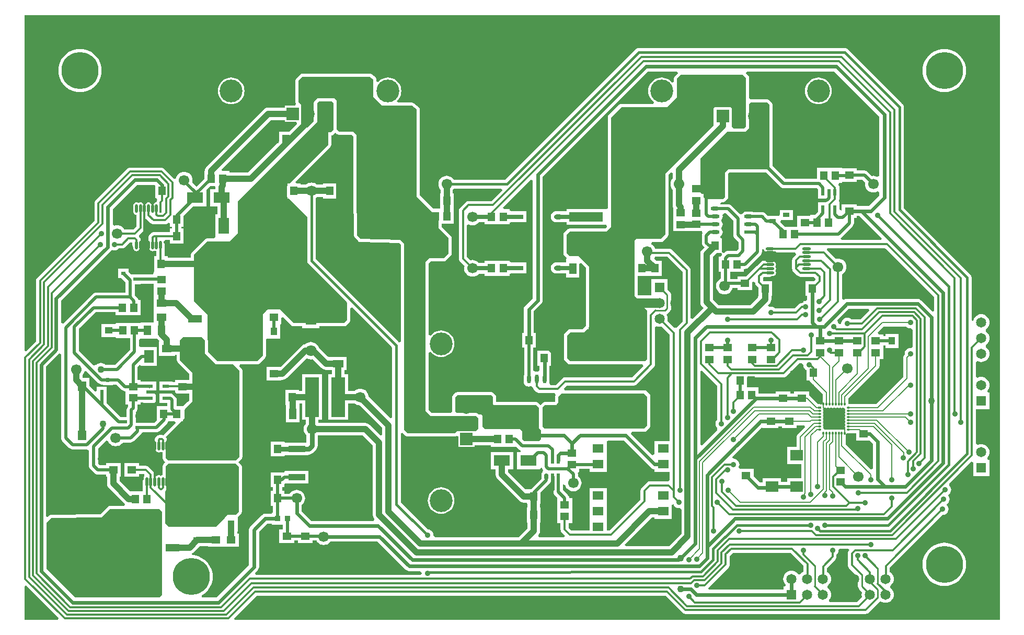
<source format=gtl>
G04 Layer_Physical_Order=1*
G04 Layer_Color=255*
%FSLAX44Y44*%
%MOMM*%
G71*
G01*
G75*
%ADD10R,4.3000X2.1000*%
%ADD11R,1.2000X1.4000*%
%ADD12R,2.1000X4.3000*%
%ADD13R,1.4000X1.2000*%
%ADD14R,1.1500X1.8000*%
%ADD15R,5.4000X1.6000*%
%ADD16R,1.8000X1.1500*%
%ADD17R,1.4500X0.6000*%
%ADD18O,1.4500X0.6000*%
%ADD19R,0.6000X1.1000*%
%ADD20R,1.8000X1.4000*%
G04:AMPARAMS|DCode=21|XSize=1.4mm|YSize=1.8mm|CornerRadius=0.35mm|HoleSize=0mm|Usage=FLASHONLY|Rotation=270.000|XOffset=0mm|YOffset=0mm|HoleType=Round|Shape=RoundedRectangle|*
%AMROUNDEDRECTD21*
21,1,1.4000,1.1000,0,0,270.0*
21,1,0.7000,1.8000,0,0,270.0*
1,1,0.7000,-0.5500,-0.3500*
1,1,0.7000,-0.5500,0.3500*
1,1,0.7000,0.5500,0.3500*
1,1,0.7000,0.5500,-0.3500*
%
%ADD21ROUNDEDRECTD21*%
%ADD22R,0.6000X1.0500*%
G04:AMPARAMS|DCode=23|XSize=0.6mm|YSize=1.05mm|CornerRadius=0.15mm|HoleSize=0mm|Usage=FLASHONLY|Rotation=180.000|XOffset=0mm|YOffset=0mm|HoleType=Round|Shape=RoundedRectangle|*
%AMROUNDEDRECTD23*
21,1,0.6000,0.7500,0,0,180.0*
21,1,0.3000,1.0500,0,0,180.0*
1,1,0.3000,-0.1500,0.3750*
1,1,0.3000,0.1500,0.3750*
1,1,0.3000,0.1500,-0.3750*
1,1,0.3000,-0.1500,-0.3750*
%
%ADD23ROUNDEDRECTD23*%
%ADD24R,0.6000X1.4500*%
%ADD25O,0.6000X1.4500*%
%ADD26O,1.4000X0.8000*%
%ADD27R,1.4000X0.8000*%
%ADD28R,2.7500X1.0000*%
%ADD29R,6.1500X5.5500*%
%ADD30O,0.4500X1.5000*%
%ADD31R,0.4500X1.5000*%
%ADD32R,1.1000X0.6000*%
%ADD33O,0.4500X1.4000*%
%ADD34R,0.4500X1.4000*%
%ADD35O,1.4000X0.4500*%
%ADD36R,1.4000X0.4500*%
%ADD37R,0.9000X0.9000*%
%ADD38R,5.4000X3.9000*%
%ADD39R,2.2000X6.4000*%
%ADD40R,1.1500X1.4500*%
%ADD41R,1.4500X1.1500*%
%ADD42R,2.1000X4.0000*%
%ADD43R,1.6000X1.3000*%
%ADD44R,1.6000X2.0000*%
%ADD45R,1.3000X1.6000*%
%ADD46R,1.4000X1.6000*%
%ADD47R,1.7500X2.6500*%
%ADD48R,2.6500X1.7500*%
%ADD49R,1.1000X0.6500*%
%ADD50R,1.1000X1.2500*%
%ADD51R,1.2200X0.9100*%
%ADD52R,1.2500X1.1000*%
%ADD53R,6.4000X5.8000*%
%ADD54R,2.2000X1.2000*%
%ADD55R,0.6000X0.7000*%
%ADD56R,0.7000X0.6000*%
%ADD57R,2.0000X1.8000*%
%ADD58R,3.4500X3.4500*%
%ADD59O,0.3000X0.6000*%
%ADD60O,0.6000X0.3000*%
%ADD61R,0.6000X0.3000*%
%ADD62C,0.6000*%
%ADD63C,1.0000*%
%ADD64C,0.5000*%
%ADD65C,0.2000*%
%ADD66C,0.3000*%
%ADD67C,0.4000*%
%ADD68C,1.5000*%
%ADD69C,0.7000*%
%ADD70C,0.8000*%
%ADD71C,3.0000*%
%ADD72C,0.2700*%
%ADD73C,6.0000*%
%ADD74C,3.7000*%
%ADD75C,2.0000*%
%ADD76R,2.0000X2.0000*%
%ADD77C,1.8000*%
%ADD78R,1.8000X1.8000*%
%ADD79C,1.7000*%
%ADD80R,2.0000X2.0000*%
%ADD81C,1.6500*%
%ADD82R,1.6500X1.6500*%
%ADD83C,2.6000*%
%ADD84R,2.6000X2.6000*%
%ADD85R,1.6500X1.6500*%
%ADD86C,1.1000*%
%ADD87C,0.9000*%
%ADD88C,0.7000*%
G36*
X504769Y778978D02*
X485498Y759708D01*
X485128Y759154D01*
X484697Y759333D01*
X483000Y759556D01*
X479000D01*
X477303Y759333D01*
X475722Y758678D01*
X474364Y757636D01*
X473114Y756386D01*
X472072Y755028D01*
X471417Y753447D01*
X471194Y751750D01*
Y742000D01*
X471417Y740303D01*
X472072Y738722D01*
X472455Y738224D01*
Y736750D01*
X472635Y735379D01*
X473164Y734102D01*
X474006Y733006D01*
X475102Y732164D01*
X476380Y731635D01*
X477750Y731455D01*
X479120Y731635D01*
X480398Y732164D01*
X481000Y732626D01*
X481602Y732164D01*
X482879Y731635D01*
X483902Y731500D01*
Y722000D01*
X484290Y720049D01*
X485395Y718395D01*
X488290Y715500D01*
X485395Y712605D01*
X484290Y710951D01*
X483902Y709000D01*
Y694500D01*
X482879Y694365D01*
X481602Y693836D01*
X481000Y693374D01*
X480398Y693836D01*
X479120Y694365D01*
X477750Y694545D01*
X476380Y694365D01*
X475102Y693836D01*
X474056Y693033D01*
X473813Y693065D01*
X471056Y694078D01*
Y695500D01*
X470833Y697197D01*
X470178Y698778D01*
X469136Y700136D01*
X461636Y707636D01*
X460278Y708678D01*
X458697Y709333D01*
X457000Y709556D01*
X446000D01*
Y714000D01*
X422000D01*
Y692000D01*
X446000D01*
Y696444D01*
X454284D01*
X454357Y696372D01*
X454506Y692994D01*
X453664Y691898D01*
X453135Y690620D01*
X452955Y689250D01*
Y687776D01*
X452572Y687278D01*
X451917Y685697D01*
X451694Y684000D01*
Y668250D01*
X431014D01*
X414086Y685178D01*
Y692000D01*
X416000D01*
Y714000D01*
X392000D01*
Y710565D01*
X382133D01*
X379565Y713133D01*
Y737867D01*
X392140Y750442D01*
X395395Y749823D01*
X395566Y749625D01*
X396721Y747464D01*
X398408Y745408D01*
X400463Y743721D01*
X402809Y742467D01*
X405354Y741695D01*
X408000Y741435D01*
X410646Y741695D01*
X413191Y742467D01*
X415536Y743721D01*
X417592Y745408D01*
X419256Y747435D01*
X432000D01*
X433958Y747693D01*
X435782Y748449D01*
X437349Y749651D01*
X448349Y760651D01*
X448349Y760651D01*
X449551Y762218D01*
X450082Y763500D01*
X451500D01*
Y763935D01*
X473500D01*
X475458Y764193D01*
X477282Y764949D01*
X478849Y766151D01*
X491349Y778651D01*
X491349Y778651D01*
X492551Y780218D01*
X493186Y781750D01*
X503621D01*
X504769Y778978D01*
D02*
G37*
G36*
X825000Y1335600D02*
Y1307000D01*
X839000Y1293000D01*
X887812D01*
X895250Y1287049D01*
X895250Y1145750D01*
X931000Y1110000D01*
X931000Y1095000D01*
X947000Y1079000D01*
X947000Y1054000D01*
X939000Y1046000D01*
X916000D01*
X910000Y1040000D01*
X910000Y798000D01*
X918000Y790000D01*
X992000Y790000D01*
X995000Y787000D01*
Y770000D01*
X991000Y766000D01*
X961000D01*
X957000Y762000D01*
X881000Y762000D01*
X875000Y768000D01*
Y1070000D01*
X869200Y1075800D01*
X804129Y1077016D01*
X799015Y1082983D01*
X798000Y1154000D01*
Y1246000D01*
X792000Y1251000D01*
X770000D01*
X766085Y1253936D01*
X766098Y1254000D01*
X766098Y1297000D01*
X766000Y1297492D01*
Y1301000D01*
X762000Y1305000D01*
X758492D01*
X758000Y1305098D01*
X737000Y1305098D01*
X736508Y1305000D01*
X734000D01*
X731000Y1302000D01*
Y1301210D01*
X730395Y1300605D01*
X729290Y1298951D01*
X728902Y1297000D01*
X728902Y1268112D01*
X718791Y1258000D01*
X710172Y1258000D01*
X708000Y1260172D01*
Y1295000D01*
X704000Y1299000D01*
Y1334000D01*
X710000Y1340000D01*
X819500D01*
X825000Y1335600D01*
D02*
G37*
G36*
X1264000Y827000D02*
X1269000Y822000D01*
X1269000Y775000D01*
X1264000Y770000D01*
X1102000D01*
X1099000Y773000D01*
X1099000Y804000D01*
X1103000Y808000D01*
X1122000D01*
Y809000D01*
X1125000Y812000D01*
Y822000D01*
X1130000Y827000D01*
X1264000Y827000D01*
D02*
G37*
G36*
X1286003Y935142D02*
X1288600Y934886D01*
X1291197Y935142D01*
X1292110Y935418D01*
X1305444Y922084D01*
Y749500D01*
X1280500D01*
Y728154D01*
X1277500Y726911D01*
X1242509Y761902D01*
X1243752Y764902D01*
X1264000D01*
X1265951Y765290D01*
X1267605Y766395D01*
X1272605Y771395D01*
X1273710Y773049D01*
X1274098Y775000D01*
X1274098Y822000D01*
X1273710Y823951D01*
X1272605Y825605D01*
X1267605Y830605D01*
X1265951Y831710D01*
X1264000Y832098D01*
X1135039Y832098D01*
X1133891Y834870D01*
X1138716Y839694D01*
X1247250D01*
X1248947Y839917D01*
X1250528Y840572D01*
X1251886Y841614D01*
X1279636Y869364D01*
X1280678Y870722D01*
X1281333Y872303D01*
X1281556Y874000D01*
Y933913D01*
X1284556Y935581D01*
X1286003Y935142D01*
D02*
G37*
G36*
X1382194Y839534D02*
Y784944D01*
X1381975Y784775D01*
X1380452Y782791D01*
X1379494Y780480D01*
X1379168Y778000D01*
X1379494Y775520D01*
X1380452Y773209D01*
X1381975Y771225D01*
X1382155Y767316D01*
X1357591Y742752D01*
X1354819Y743900D01*
Y862990D01*
X1357591Y864138D01*
X1382194Y839534D01*
D02*
G37*
G36*
X1019000Y821000D02*
Y810000D01*
X1021000Y808000D01*
X1089000D01*
Y808000D01*
X1093000Y804000D01*
Y771000D01*
X1097000Y767000D01*
Y753000D01*
X1094000Y750000D01*
X1069000D01*
X1066000Y753000D01*
Y766000D01*
X1063000Y769000D01*
X1006000D01*
X1002000Y773000D01*
Y791000D01*
X1000000Y793000D01*
X996210D01*
X995605Y793605D01*
X993951Y794710D01*
X992000Y795098D01*
X960626Y795098D01*
X958000Y797724D01*
Y821000D01*
X961000Y824000D01*
X1016000D01*
X1019000Y821000D01*
D02*
G37*
G36*
X1524368Y772677D02*
X1512721Y761029D01*
X1511759Y759776D01*
X1511509Y759171D01*
X1511154Y758316D01*
X1510948Y756750D01*
Y740650D01*
X1495750D01*
Y712650D01*
X1518698D01*
Y689850D01*
X1495750D01*
Y683919D01*
X1485750D01*
Y689850D01*
X1455750D01*
Y682819D01*
X1451092D01*
X1441000Y692911D01*
Y704500D01*
X1418751D01*
X1417584Y706356D01*
X1417169Y707500D01*
X1418005Y709520D01*
X1418332Y712000D01*
X1418005Y714480D01*
X1417048Y716791D01*
X1415525Y718775D01*
X1413541Y720298D01*
X1411230Y721255D01*
X1408750Y721582D01*
X1407870Y721466D01*
X1406469Y724307D01*
X1418128Y735967D01*
X1418555Y736294D01*
X1424706Y742445D01*
X1425033Y742872D01*
X1454000Y771839D01*
X1457000Y770596D01*
Y770500D01*
X1481000D01*
Y773431D01*
X1487000D01*
Y770500D01*
X1511000D01*
Y775448D01*
X1523220D01*
X1524368Y772677D01*
D02*
G37*
G36*
X1839914Y460086D02*
X601027D01*
X599879Y462858D01*
X636466Y499444D01*
X1298284D01*
X1326014Y471714D01*
X1327372Y470672D01*
X1328953Y470017D01*
X1330650Y469794D01*
X1622781D01*
X1624478Y470017D01*
X1626059Y470672D01*
X1627417Y471714D01*
X1646531Y490828D01*
X1647503Y490030D01*
X1649805Y488799D01*
X1652303Y488042D01*
X1654900Y487786D01*
X1657497Y488042D01*
X1659995Y488799D01*
X1662297Y490030D01*
X1664315Y491685D01*
X1665970Y493703D01*
X1667201Y496005D01*
X1667958Y498503D01*
X1668214Y501100D01*
X1667958Y503697D01*
X1667201Y506195D01*
X1665970Y508497D01*
X1664315Y510514D01*
X1662297Y512170D01*
Y515430D01*
X1664315Y517085D01*
X1665970Y519103D01*
X1667201Y521405D01*
X1667958Y523903D01*
X1668214Y526500D01*
X1667958Y529097D01*
X1667201Y531595D01*
X1665970Y533897D01*
X1664315Y535914D01*
X1662297Y537570D01*
X1661756Y537859D01*
Y544984D01*
X1746976Y630204D01*
X1747250Y630168D01*
X1749730Y630494D01*
X1752041Y631452D01*
X1754026Y632975D01*
X1755548Y634959D01*
X1756505Y637270D01*
X1756832Y639750D01*
X1756505Y642230D01*
X1755548Y644541D01*
X1755440Y644681D01*
X1754171Y646687D01*
X1755905Y648605D01*
X1757428Y650589D01*
X1758385Y652900D01*
X1758712Y655380D01*
X1758385Y657860D01*
X1757428Y660171D01*
X1756291Y662451D01*
X1758123Y663858D01*
X1758275Y663975D01*
X1759798Y665959D01*
X1760755Y668270D01*
X1761082Y670750D01*
X1760755Y673230D01*
X1759798Y675541D01*
X1758275Y677525D01*
X1758112Y677651D01*
X1757916Y680644D01*
X1793750Y716478D01*
X1796750Y715236D01*
Y692950D01*
X1823250D01*
Y719450D01*
X1820810D01*
X1819826Y721379D01*
X1819632Y722450D01*
X1821070Y724203D01*
X1822301Y726505D01*
X1823058Y729003D01*
X1823314Y731600D01*
X1823058Y734197D01*
X1822301Y736695D01*
X1821070Y738997D01*
X1819415Y741014D01*
X1817397Y742670D01*
X1815095Y743901D01*
X1812598Y744658D01*
X1810000Y744914D01*
X1807403Y744658D01*
X1804905Y743901D01*
X1804056Y743447D01*
X1801056Y745154D01*
Y801750D01*
X1823250D01*
Y828250D01*
X1820810D01*
X1819826Y830179D01*
X1819632Y831250D01*
X1821070Y833003D01*
X1822301Y835305D01*
X1823058Y837803D01*
X1823314Y840400D01*
X1823058Y842998D01*
X1822301Y845495D01*
X1821070Y847797D01*
X1819415Y849815D01*
X1817397Y851470D01*
X1815095Y852701D01*
X1812598Y853458D01*
X1810000Y853714D01*
X1807403Y853458D01*
X1804905Y852701D01*
X1804056Y852247D01*
X1801056Y853954D01*
Y877646D01*
X1804056Y879353D01*
X1804905Y878899D01*
X1807403Y878142D01*
X1810000Y877886D01*
X1812598Y878142D01*
X1815095Y878899D01*
X1817397Y880130D01*
X1819415Y881786D01*
X1821070Y883803D01*
X1822301Y886105D01*
X1823058Y888603D01*
X1823314Y891200D01*
X1823058Y893798D01*
X1822301Y896295D01*
X1821070Y898597D01*
X1819415Y900614D01*
X1817397Y902270D01*
Y905530D01*
X1819415Y907186D01*
X1821070Y909203D01*
X1822301Y911505D01*
X1823058Y914003D01*
X1823314Y916600D01*
X1823058Y919197D01*
X1822301Y921695D01*
X1821070Y923997D01*
X1819415Y926014D01*
X1817397Y927670D01*
Y930930D01*
X1819415Y932586D01*
X1821070Y934603D01*
X1822301Y936905D01*
X1823058Y939402D01*
X1823314Y942000D01*
X1823058Y944597D01*
X1822301Y947095D01*
X1821070Y949397D01*
X1819415Y951414D01*
X1817397Y953070D01*
X1815095Y954301D01*
X1812598Y955058D01*
X1810000Y955314D01*
X1807403Y955058D01*
X1804905Y954301D01*
X1802603Y953070D01*
X1800585Y951414D01*
X1798930Y949397D01*
X1797699Y947095D01*
X1796942Y944597D01*
X1794060Y945087D01*
Y1015000D01*
X1793820Y1016827D01*
X1793114Y1018530D01*
X1791992Y1019992D01*
X1684310Y1127674D01*
Y1291000D01*
X1684070Y1292827D01*
X1683365Y1294530D01*
X1682242Y1295992D01*
X1593742Y1384492D01*
X1592280Y1385614D01*
X1590577Y1386320D01*
X1588750Y1386560D01*
X1255000D01*
X1253173Y1386320D01*
X1251470Y1385614D01*
X1250008Y1384492D01*
X1038576Y1173060D01*
X955534D01*
X955279Y1173537D01*
X953592Y1175592D01*
X951536Y1177279D01*
X949191Y1178533D01*
X946646Y1179305D01*
X944000Y1179565D01*
X941354Y1179305D01*
X938809Y1178533D01*
X936463Y1177279D01*
X934408Y1175592D01*
X932721Y1173537D01*
X931467Y1171191D01*
X930695Y1168646D01*
X930435Y1166000D01*
X930695Y1163354D01*
X931467Y1160809D01*
X932721Y1158464D01*
X933914Y1157010D01*
Y1151250D01*
X933750D01*
Y1126750D01*
X930957Y1126250D01*
X921960D01*
X900348Y1147862D01*
X900348Y1287049D01*
X900293Y1287328D01*
X900317Y1287612D01*
X900100Y1288296D01*
X899960Y1289000D01*
X899802Y1289237D01*
X899716Y1289508D01*
X899254Y1290057D01*
X898855Y1290654D01*
X898618Y1290812D01*
X898435Y1291030D01*
X890997Y1296981D01*
X890360Y1297311D01*
X889763Y1297710D01*
X889484Y1297765D01*
X889232Y1297896D01*
X888516Y1297958D01*
X887812Y1298098D01*
X864593D01*
X863486Y1301098D01*
X864250Y1301750D01*
X866448Y1304324D01*
X868216Y1307209D01*
X869511Y1310336D01*
X870301Y1313626D01*
X870566Y1317000D01*
X870301Y1320374D01*
X869511Y1323664D01*
X868216Y1326791D01*
X866448Y1329677D01*
X864250Y1332250D01*
X861676Y1334448D01*
X858791Y1336216D01*
X855664Y1337511D01*
X852374Y1338301D01*
X849000Y1338566D01*
X845626Y1338301D01*
X842336Y1337511D01*
X839209Y1336216D01*
X836323Y1334448D01*
X833750Y1332250D01*
X833098Y1331486D01*
X830098Y1332593D01*
Y1335600D01*
X830042Y1335879D01*
X830067Y1336163D01*
X829850Y1336847D01*
X829710Y1337551D01*
X829552Y1337788D01*
X829466Y1338059D01*
X829003Y1338608D01*
X828605Y1339205D01*
X828368Y1339363D01*
X828185Y1339581D01*
X822685Y1343981D01*
X822048Y1344311D01*
X821451Y1344710D01*
X821172Y1344765D01*
X820919Y1344897D01*
X820204Y1344958D01*
X819500Y1345098D01*
X710000D01*
X708049Y1344710D01*
X706395Y1343605D01*
X700395Y1337605D01*
X699290Y1335951D01*
X698902Y1334000D01*
Y1299000D01*
X699290Y1297049D01*
X699991Y1296000D01*
X698991Y1293000D01*
X681600D01*
Y1290086D01*
X655000D01*
X652390Y1289743D01*
X649957Y1288735D01*
X647868Y1287132D01*
X555368Y1194632D01*
X553765Y1192543D01*
X552757Y1190110D01*
X552414Y1187500D01*
Y1187250D01*
X551750D01*
Y1174948D01*
X538625Y1161823D01*
X531715Y1168733D01*
X532055Y1169854D01*
X532315Y1172500D01*
X532055Y1175146D01*
X531283Y1177691D01*
X530029Y1180036D01*
X528342Y1182092D01*
X526287Y1183779D01*
X523941Y1185033D01*
X521396Y1185805D01*
X518750Y1186065D01*
X516104Y1185805D01*
X513559Y1185033D01*
X511213Y1183779D01*
X509158Y1182092D01*
X507471Y1180036D01*
X506217Y1177691D01*
X505650Y1175821D01*
X503758Y1174971D01*
X502400Y1174829D01*
X486343Y1190886D01*
X484985Y1191928D01*
X483404Y1192583D01*
X481707Y1192806D01*
X431250D01*
X429553Y1192583D01*
X427972Y1191928D01*
X426614Y1190886D01*
X375364Y1139636D01*
X374322Y1138278D01*
X373667Y1136697D01*
X373444Y1135000D01*
Y1106716D01*
X280864Y1014136D01*
X279822Y1012778D01*
X279167Y1011197D01*
X278944Y1009500D01*
Y911466D01*
X262858Y895379D01*
X260086Y896527D01*
Y1439914D01*
X1839914D01*
Y460086D01*
D02*
G37*
G36*
X1688725Y935225D02*
X1690709Y933702D01*
X1693020Y932745D01*
X1695500Y932418D01*
X1695944Y932477D01*
X1698944Y930101D01*
Y903099D01*
X1695944Y900723D01*
X1695500Y900782D01*
X1693020Y900455D01*
X1690709Y899498D01*
X1688725Y897975D01*
X1687202Y895991D01*
X1686245Y893680D01*
X1685918Y891200D01*
X1686037Y890296D01*
X1685471Y889729D01*
X1684509Y888476D01*
X1684259Y887871D01*
X1683905Y887016D01*
X1683698Y885450D01*
Y853757D01*
X1639493Y809552D01*
X1595052D01*
Y819243D01*
X1643279Y867471D01*
X1644241Y868724D01*
X1644846Y870184D01*
X1645052Y871750D01*
Y882250D01*
X1651250D01*
Y901250D01*
Y904435D01*
X1654750D01*
Y900750D01*
X1675750D01*
Y923250D01*
X1654750D01*
Y919565D01*
X1651250D01*
Y922750D01*
X1643571D01*
X1642423Y925522D01*
X1652428Y935527D01*
X1688493D01*
X1688725Y935225D01*
D02*
G37*
G36*
X475368Y915368D02*
X478332Y912404D01*
X477750Y911000D01*
X477750D01*
Y888000D01*
X503750D01*
Y889414D01*
X506902D01*
Y881000D01*
X507290Y879049D01*
X508395Y877395D01*
X526902Y858888D01*
Y849000D01*
X504000D01*
Y845056D01*
X499500D01*
Y846500D01*
X478500D01*
Y830500D01*
X499500D01*
Y831944D01*
X504000D01*
Y827000D01*
X526902D01*
Y816112D01*
X524395Y813605D01*
X523995Y813005D01*
X523395Y812605D01*
X517040Y806250D01*
X506565D01*
Y817000D01*
X506565Y817000D01*
X506307Y818958D01*
X505551Y820782D01*
X504349Y822349D01*
X501849Y824849D01*
X500282Y826051D01*
X499500Y826375D01*
Y827500D01*
X478500D01*
Y811500D01*
X491435D01*
Y806250D01*
X474750D01*
Y783448D01*
X470367Y779065D01*
X451500D01*
Y779500D01*
X440815D01*
Y797117D01*
X441349Y797651D01*
X442551Y799218D01*
X443307Y801042D01*
X443565Y803000D01*
Y809000D01*
X448000D01*
Y811935D01*
X452500D01*
Y811500D01*
X473500D01*
Y827500D01*
X466959D01*
X465766Y830253D01*
X465998Y830500D01*
X473500D01*
Y846500D01*
X452500D01*
Y846065D01*
X448000D01*
Y849000D01*
X443565D01*
Y869867D01*
X446592Y872894D01*
X448750Y872000D01*
Y872000D01*
X474750D01*
Y902000D01*
X448750D01*
Y902000D01*
X446065Y902760D01*
Y913802D01*
X448000Y916000D01*
X468000D01*
X471000Y916000D01*
Y916000D01*
X471000D01*
Y916000D01*
X474883D01*
X475368Y915368D01*
D02*
G37*
G36*
X379651Y843651D02*
X381218Y842449D01*
X383042Y841693D01*
X385000Y841435D01*
X387000D01*
Y840500D01*
X403000D01*
Y841435D01*
X408867D01*
X417651Y832651D01*
X417651Y832651D01*
X419218Y831449D01*
X421042Y830693D01*
X423000Y830435D01*
X424000D01*
Y827000D01*
Y809000D01*
X428113D01*
X428302Y806000D01*
X427901Y805599D01*
X426699Y804032D01*
X425943Y802208D01*
X425685Y800250D01*
Y789000D01*
X415698D01*
X393065Y811633D01*
Y820500D01*
X393500D01*
Y837500D01*
X377500D01*
Y831118D01*
X374728Y829970D01*
X365500Y839198D01*
Y852000D01*
X354764D01*
X354086Y852678D01*
Y857010D01*
X355279Y858464D01*
X356533Y860809D01*
X356932Y862127D01*
X360105Y863197D01*
X379651Y843651D01*
D02*
G37*
G36*
X1582434Y803654D02*
X1584000Y803448D01*
X1585566Y803654D01*
X1586210Y803921D01*
X1588445Y802945D01*
X1589421Y800710D01*
X1589154Y800066D01*
X1588948Y798500D01*
X1589154Y796934D01*
X1589541Y796000D01*
X1589154Y795066D01*
X1588948Y793500D01*
X1589154Y791934D01*
X1589541Y791000D01*
X1589154Y790066D01*
X1588948Y788500D01*
X1589154Y786934D01*
X1589541Y786000D01*
X1589154Y785066D01*
X1588948Y783500D01*
X1589154Y781934D01*
X1589541Y781000D01*
X1589154Y780066D01*
X1588948Y778500D01*
X1589154Y776934D01*
X1589541Y776000D01*
X1589154Y775066D01*
X1588948Y773500D01*
X1589154Y771934D01*
X1589541Y771000D01*
X1589154Y770066D01*
X1589133Y769905D01*
X1588563Y769319D01*
X1586446Y768221D01*
X1585990Y768170D01*
X1585566Y768345D01*
X1584000Y768552D01*
X1582434Y768345D01*
X1581500Y767959D01*
X1580566Y768345D01*
X1579000Y768552D01*
X1577434Y768345D01*
X1576500Y767959D01*
X1575566Y768345D01*
X1574000Y768552D01*
X1572434Y768345D01*
X1571500Y767959D01*
X1570566Y768345D01*
X1569000Y768552D01*
X1567434Y768345D01*
X1566500Y767959D01*
X1565566Y768345D01*
X1564000Y768552D01*
X1562434Y768345D01*
X1561500Y767959D01*
X1560566Y768345D01*
X1559000Y768552D01*
X1557434Y768345D01*
X1556790Y768079D01*
X1554555Y769055D01*
X1553579Y771290D01*
X1553846Y771934D01*
X1554052Y773500D01*
X1553846Y775066D01*
X1553459Y776000D01*
X1553846Y776934D01*
X1554052Y778500D01*
X1553846Y780066D01*
X1553459Y781000D01*
X1553846Y781934D01*
X1554052Y783500D01*
X1553846Y785066D01*
X1553459Y786000D01*
X1553846Y786934D01*
X1554052Y788500D01*
X1553846Y790066D01*
X1553459Y791000D01*
X1553846Y791934D01*
X1554052Y793500D01*
X1553846Y795066D01*
X1553459Y796000D01*
X1553846Y796934D01*
X1554052Y798500D01*
X1553846Y800066D01*
X1553459Y801000D01*
X1553846Y801934D01*
X1553873Y802140D01*
X1554379Y802650D01*
X1556554Y803779D01*
X1557010Y803830D01*
X1557434Y803654D01*
X1559000Y803448D01*
X1560566Y803654D01*
X1561500Y804041D01*
X1562434Y803654D01*
X1564000Y803448D01*
X1565566Y803654D01*
X1566500Y804041D01*
X1567434Y803654D01*
X1569000Y803448D01*
X1570566Y803654D01*
X1571500Y804041D01*
X1572434Y803654D01*
X1574000Y803448D01*
X1575566Y803654D01*
X1576500Y804041D01*
X1577434Y803654D01*
X1579000Y803448D01*
X1580566Y803654D01*
X1581500Y804041D01*
X1582434Y803654D01*
D02*
G37*
G36*
X1521443Y873481D02*
X1521418Y873293D01*
X1521745Y870813D01*
X1522702Y868502D01*
X1524225Y866517D01*
X1526209Y864994D01*
X1526750Y864770D01*
Y848250D01*
X1531646D01*
X1531654Y848184D01*
X1532009Y847329D01*
X1532259Y846724D01*
X1533221Y845471D01*
X1552948Y825743D01*
Y811047D01*
X1552459Y810460D01*
X1550236Y809197D01*
X1549990Y809170D01*
X1549566Y809345D01*
X1548000Y809552D01*
X1548000Y809552D01*
X1545507D01*
X1531779Y823279D01*
X1531000Y823877D01*
Y830000D01*
X1507000D01*
Y827069D01*
X1501000D01*
Y830000D01*
X1477000D01*
Y827069D01*
X1449000D01*
Y836750D01*
X1430500D01*
Y852823D01*
X1489694D01*
X1491391Y853046D01*
X1492972Y853701D01*
X1494330Y854743D01*
X1515323Y875737D01*
X1519465D01*
X1521443Y873481D01*
D02*
G37*
G36*
X660500Y614500D02*
X678435D01*
Y607000D01*
X673000D01*
Y585000D01*
X697000D01*
Y588435D01*
X703000D01*
Y585000D01*
X727000D01*
Y588435D01*
X733202D01*
X733721Y587463D01*
X735408Y585408D01*
X737464Y583721D01*
X739809Y582467D01*
X742354Y581695D01*
X745000Y581435D01*
X747646Y581695D01*
X750191Y582467D01*
X752536Y583721D01*
X754592Y585408D01*
X755842Y586931D01*
X832158D01*
X877544Y541544D01*
X879215Y540262D01*
X881162Y539456D01*
X883250Y539181D01*
X901093D01*
X903475Y536181D01*
X903418Y535750D01*
X903443Y535562D01*
X901465Y533306D01*
X634637D01*
X633489Y536078D01*
X637706Y540294D01*
X638988Y541965D01*
X639794Y543912D01*
X640069Y546000D01*
Y602658D01*
X653342Y615931D01*
X660500D01*
Y614500D01*
D02*
G37*
G36*
X1521644Y547834D02*
Y538180D01*
X1520503Y537570D01*
X1518486Y535914D01*
X1516830Y533897D01*
X1513570D01*
X1511915Y535914D01*
X1509897Y537570D01*
X1507595Y538801D01*
X1505097Y539558D01*
X1502500Y539814D01*
X1499902Y539558D01*
X1497405Y538801D01*
X1495103Y537570D01*
X1493085Y535914D01*
X1491430Y533897D01*
X1490199Y531595D01*
X1489442Y529097D01*
X1489186Y526500D01*
X1489442Y523903D01*
X1490199Y521405D01*
X1491430Y519103D01*
X1492868Y517350D01*
X1492674Y516279D01*
X1491690Y514350D01*
X1489250D01*
Y509169D01*
X1368933D01*
X1367691Y512169D01*
X1400636Y545114D01*
X1401678Y546472D01*
X1402333Y548053D01*
X1402556Y549750D01*
Y563784D01*
X1407466Y568694D01*
X1500784D01*
X1521644Y547834D01*
D02*
G37*
G36*
X1116500Y687377D02*
Y681500D01*
X1116935D01*
Y667500D01*
X1117193Y665542D01*
X1117949Y663718D01*
X1119151Y662151D01*
X1123131Y658171D01*
X1122750Y657250D01*
X1122750D01*
Y635750D01*
Y616750D01*
X1128444D01*
Y606500D01*
X1128667Y604803D01*
X1129322Y603222D01*
X1130364Y601864D01*
X1135370Y596858D01*
X1134222Y594086D01*
X1093270D01*
X1092521Y595894D01*
X1092300Y597086D01*
X1093735Y598957D01*
X1094743Y601390D01*
X1095086Y604000D01*
Y618000D01*
X1096000D01*
Y642000D01*
X1095086D01*
Y648000D01*
X1096000D01*
Y666302D01*
X1110849Y681151D01*
X1110849Y681151D01*
X1112051Y682718D01*
X1112807Y684542D01*
X1112902Y685263D01*
X1113333Y686303D01*
X1113500Y687574D01*
X1116500Y687377D01*
D02*
G37*
G36*
X315620Y462858D02*
X314472Y460086D01*
X260086D01*
Y514473D01*
X262858Y515620D01*
X315620Y462858D01*
D02*
G37*
G36*
X1596173Y572672D02*
X1595864Y572364D01*
X1594822Y571006D01*
X1594167Y569425D01*
X1593944Y567728D01*
Y548750D01*
X1594167Y547053D01*
X1594822Y545472D01*
X1595864Y544114D01*
X1610295Y529683D01*
Y514100D01*
X1610513Y512442D01*
X1611153Y510898D01*
X1612171Y509571D01*
X1616815Y504927D01*
X1616442Y503697D01*
X1616186Y501100D01*
X1616442Y498503D01*
X1616812Y497283D01*
X1608434Y488906D01*
X1564057D01*
X1563046Y490998D01*
X1562896Y491906D01*
X1564370Y493703D01*
X1565601Y496005D01*
X1566358Y498503D01*
X1566614Y501100D01*
X1566358Y503697D01*
X1565601Y506195D01*
X1564370Y508497D01*
X1562715Y510514D01*
X1560697Y512170D01*
Y515430D01*
X1562715Y517085D01*
X1564370Y519103D01*
X1565601Y521405D01*
X1566358Y523903D01*
X1566614Y526500D01*
X1566358Y529097D01*
X1565601Y531595D01*
X1564370Y533897D01*
X1562715Y535914D01*
X1560697Y537570D01*
X1560156Y537859D01*
Y544134D01*
X1573636Y557614D01*
X1574678Y558972D01*
X1575333Y560553D01*
X1575556Y562250D01*
Y566056D01*
X1575775Y566225D01*
X1577298Y568209D01*
X1578255Y570520D01*
X1578582Y573000D01*
X1578557Y573188D01*
X1580535Y575444D01*
X1595025D01*
X1596173Y572672D01*
D02*
G37*
G36*
X478000Y640000D02*
X483000Y635000D01*
X483000Y501000D01*
X478319Y496319D01*
X342681D01*
X296000Y543000D01*
X296000Y618000D01*
X303047Y625047D01*
X385000Y626000D01*
X399000Y640000D01*
X478000Y640000D01*
D02*
G37*
G36*
X1311952Y645959D02*
X1313474Y643975D01*
X1315459Y642452D01*
X1317770Y641495D01*
X1320250Y641168D01*
X1321164Y641288D01*
X1324164Y639122D01*
Y599678D01*
X1304072Y579586D01*
X1233770D01*
X1232622Y582358D01*
X1276078Y625814D01*
X1280500D01*
Y623900D01*
X1308500D01*
Y646453D01*
X1311500Y647050D01*
X1311952Y645959D01*
D02*
G37*
G36*
X1275194Y706394D02*
X1276865Y705112D01*
X1278812Y704306D01*
X1280500Y704084D01*
Y700100D01*
X1305444D01*
Y687102D01*
X1303000Y684556D01*
X1273000D01*
X1271303Y684333D01*
X1269722Y683678D01*
X1268364Y682636D01*
X1259864Y674136D01*
X1258822Y672778D01*
X1258167Y671197D01*
X1257944Y669500D01*
Y654716D01*
X1207784Y604556D01*
X1203500D01*
Y620900D01*
X1203500Y622500D01*
X1203500Y625500D01*
Y646300D01*
X1203500Y647900D01*
X1203500Y650900D01*
Y673300D01*
X1175500D01*
Y650900D01*
X1175500Y649300D01*
X1175500Y646300D01*
Y625500D01*
X1175500Y623900D01*
X1175500Y620900D01*
Y604556D01*
X1146216D01*
X1141556Y609216D01*
Y616750D01*
X1147250D01*
Y635750D01*
Y657250D01*
X1142532D01*
X1142307Y658958D01*
X1141551Y660782D01*
X1140349Y662349D01*
X1132065Y670633D01*
Y678672D01*
X1132690Y679257D01*
X1133418Y679280D01*
X1136025Y678266D01*
X1136467Y676809D01*
X1137721Y674464D01*
X1139408Y672408D01*
X1141463Y670721D01*
X1143809Y669467D01*
X1146354Y668695D01*
X1149000Y668435D01*
X1151646Y668695D01*
X1154191Y669467D01*
X1156536Y670721D01*
X1158592Y672408D01*
X1160279Y674464D01*
X1161533Y676809D01*
X1162305Y679354D01*
X1162565Y682000D01*
X1162305Y684647D01*
X1161533Y687191D01*
X1160279Y689537D01*
X1158592Y691592D01*
X1156565Y693256D01*
Y696000D01*
X1156307Y697958D01*
X1156290Y698000D01*
X1158253Y701000D01*
X1159000D01*
Y704435D01*
X1175500D01*
Y700100D01*
X1203500D01*
Y722500D01*
X1203500Y724100D01*
X1203500Y727100D01*
Y747931D01*
X1203500Y749500D01*
X1205907Y750931D01*
X1230658D01*
X1275194Y706394D01*
D02*
G37*
G36*
X1593434Y762654D02*
X1595000Y762448D01*
X1607000D01*
Y750500D01*
X1629089D01*
X1634181Y745408D01*
Y704797D01*
X1631409Y703649D01*
X1590052Y745007D01*
Y760953D01*
X1590541Y761540D01*
X1592764Y762803D01*
X1593010Y762830D01*
X1593434Y762654D01*
D02*
G37*
G36*
X547000Y918000D02*
X552000Y913000D01*
Y891412D01*
X570500Y874000D01*
X598000D01*
X608000Y864000D01*
X608000Y724000D01*
X602082Y718082D01*
X602000Y718098D01*
X493000Y718098D01*
X492918Y718082D01*
X489000Y722000D01*
Y734409D01*
X489195Y734702D01*
X489603Y736750D01*
Y738298D01*
X489928Y738722D01*
X490583Y740303D01*
X490806Y742000D01*
Y751750D01*
X490583Y753447D01*
X490170Y754444D01*
X489928Y755028D01*
X489103Y756103D01*
X514750Y781750D01*
X517250D01*
Y784250D01*
X520000Y787000D01*
Y802000D01*
X527000Y809000D01*
X528000D01*
Y810000D01*
X532000Y814000D01*
X532000Y861000D01*
X512000Y881000D01*
Y913000D01*
X517000Y918000D01*
X547000Y918000D01*
D02*
G37*
G36*
X602000Y713000D02*
X607000Y708000D01*
X607000Y635000D01*
X602000Y630000D01*
X589000Y630000D01*
X585000Y626000D01*
X584500D01*
Y625500D01*
X570000Y611000D01*
X493000D01*
X488098Y616882D01*
X488098Y635000D01*
D01*
Y635000D01*
X488000Y635493D01*
Y668728D01*
X488886Y669614D01*
X489928Y670972D01*
X490255Y671762D01*
X490583Y672553D01*
X490806Y674250D01*
Y684000D01*
X490583Y685697D01*
X489928Y687278D01*
X489603Y687701D01*
Y689250D01*
X489195Y691298D01*
X489000Y691591D01*
Y709000D01*
X493000Y713000D01*
X602000Y713000D01*
D02*
G37*
G36*
X319328Y890647D02*
X319435Y890554D01*
Y755000D01*
X319693Y753042D01*
X320449Y751218D01*
X321651Y749651D01*
X332651Y738651D01*
X334218Y737449D01*
X336042Y736693D01*
X337021Y736564D01*
X338000Y736435D01*
X338000Y736435D01*
X361278D01*
X361435Y736456D01*
X364435Y734185D01*
Y710000D01*
X364693Y708042D01*
X365449Y706218D01*
X366651Y704651D01*
X373651Y697651D01*
X373651Y697651D01*
X375218Y696449D01*
X377042Y695693D01*
X379000Y695435D01*
X379000Y695435D01*
X392000D01*
Y692000D01*
X393914D01*
Y681000D01*
X394257Y678390D01*
X395265Y675957D01*
X396868Y673868D01*
X421868Y648868D01*
X422871Y648098D01*
X421853Y645098D01*
X399000D01*
X397049Y644710D01*
X395395Y643605D01*
X382864Y631073D01*
X302988Y630145D01*
X302044Y629945D01*
X301096Y629757D01*
X301071Y629740D01*
X301042Y629734D01*
X300246Y629189D01*
X299442Y628652D01*
X297841Y627050D01*
X295069Y628198D01*
Y870331D01*
X316435Y891697D01*
X319328Y890647D01*
D02*
G37*
G36*
X877395Y758395D02*
X879049Y757290D01*
X881000Y756902D01*
X957000Y756902D01*
X958951Y757290D01*
X960000Y757991D01*
X963000Y756991D01*
Y740000D01*
X989000D01*
Y742914D01*
X1015750D01*
Y740750D01*
X1056250D01*
X1056250Y740750D01*
Y740750D01*
X1058380Y738922D01*
X1060651Y736651D01*
X1062218Y735449D01*
X1064042Y734693D01*
X1063596Y731750D01*
X1058250D01*
Y704250D01*
X1094750D01*
Y704423D01*
X1097750Y706672D01*
X1098150Y706555D01*
X1098637Y705471D01*
X1098949Y704718D01*
X1099554Y703929D01*
X1100049Y702762D01*
X1099364Y700136D01*
X1098322Y698778D01*
X1097667Y697197D01*
X1097444Y695500D01*
Y689142D01*
X1080302Y672000D01*
X1074000D01*
Y672000D01*
X1071077Y672187D01*
X1043586Y699678D01*
Y704250D01*
X1051750D01*
Y731750D01*
X1015250D01*
Y704250D01*
X1023414D01*
Y695500D01*
X1023757Y692889D01*
X1024765Y690457D01*
X1026368Y688368D01*
X1061868Y652868D01*
X1063957Y651265D01*
X1066389Y650257D01*
X1069000Y649914D01*
X1074000D01*
Y648000D01*
X1074914D01*
Y642000D01*
X1074000D01*
Y618000D01*
X1074914D01*
Y608178D01*
X1060822Y594086D01*
X925205D01*
X922582Y597000D01*
X922255Y599480D01*
X921298Y601791D01*
X919775Y603775D01*
X917791Y605298D01*
X915480Y606255D01*
X913464Y606521D01*
X869560Y650424D01*
Y761987D01*
X872560Y763230D01*
X877395Y758395D01*
D02*
G37*
G36*
X1326194Y1023534D02*
Y943716D01*
X1317114Y934636D01*
X1316491Y933823D01*
X1313876Y933151D01*
X1313335Y933120D01*
X1312816Y933256D01*
X1301382Y944690D01*
X1301658Y945603D01*
X1301914Y948200D01*
X1301658Y950798D01*
X1300901Y953295D01*
X1300170Y954663D01*
X1300452Y955453D01*
X1301779Y956471D01*
X1305779Y960471D01*
X1306797Y961798D01*
X1307437Y963342D01*
X1307655Y965000D01*
Y986350D01*
X1307437Y988008D01*
X1306797Y989552D01*
X1305779Y990879D01*
X1301850Y994808D01*
Y1012250D01*
X1275350D01*
Y986161D01*
X1254049D01*
X1253098Y987112D01*
Y1017350D01*
X1292250D01*
Y1041850D01*
X1283514D01*
X1280170Y1045194D01*
X1281413Y1048194D01*
X1301534D01*
X1326194Y1023534D01*
D02*
G37*
G36*
X1621692Y1168610D02*
X1621435Y1166000D01*
X1621695Y1163354D01*
X1622467Y1160809D01*
X1623721Y1158464D01*
X1625408Y1156408D01*
X1627464Y1154721D01*
X1629809Y1153467D01*
X1632354Y1152695D01*
X1635000Y1152435D01*
X1637646Y1152695D01*
X1640191Y1153467D01*
X1641681Y1154264D01*
X1644025Y1153249D01*
X1644681Y1152600D01*
Y1147842D01*
X1627408Y1130569D01*
X1608000D01*
Y1133500D01*
X1584000D01*
Y1123738D01*
X1583500Y1123404D01*
X1580500Y1125007D01*
Y1137000D01*
X1580500D01*
X1579310Y1139000D01*
X1579474Y1139425D01*
X1580500Y1142000D01*
X1580500Y1142000D01*
Y1163000D01*
X1579586D01*
X1578304Y1164750D01*
X1579523Y1167750D01*
X1584250D01*
Y1169500D01*
X1608000D01*
Y1172935D01*
X1617367D01*
X1621692Y1168610D01*
D02*
G37*
G36*
X472000Y1164089D02*
Y1143000D01*
X473550D01*
X474993Y1140000D01*
X474822Y1139778D01*
X474167Y1138197D01*
X473949Y1136539D01*
X472630Y1136365D01*
X471352Y1135836D01*
X470256Y1134994D01*
X469414Y1133898D01*
X469065Y1133054D01*
X467500Y1132824D01*
X465935Y1133054D01*
X465586Y1133898D01*
X464744Y1134994D01*
X463648Y1135836D01*
X462371Y1136365D01*
X461000Y1136545D01*
X459630Y1136365D01*
X458352Y1135836D01*
X457256Y1134994D01*
X456414Y1133898D01*
X456065Y1133054D01*
X454500Y1132824D01*
X452935Y1133054D01*
X452586Y1133898D01*
X451744Y1134994D01*
X450648Y1135836D01*
X449371Y1136365D01*
X448000Y1136545D01*
X446629Y1136365D01*
X445352Y1135836D01*
X444750Y1135374D01*
X444148Y1135836D01*
X442871Y1136365D01*
X441500Y1136545D01*
X440130Y1136365D01*
X438852Y1135836D01*
X437756Y1134994D01*
X436914Y1133898D01*
X436385Y1132620D01*
X436205Y1131250D01*
Y1121750D01*
X436385Y1120379D01*
X436914Y1119102D01*
X437756Y1118006D01*
X438852Y1117164D01*
X440130Y1116635D01*
X441444Y1116462D01*
Y1097716D01*
X436284Y1092556D01*
X421803D01*
X421279Y1093537D01*
X419592Y1095592D01*
X417537Y1097279D01*
X415191Y1098533D01*
X412646Y1099305D01*
X410000Y1099565D01*
X407354Y1099305D01*
X406069Y1098915D01*
X403069Y1100690D01*
Y1125258D01*
X442492Y1164681D01*
X471408D01*
X472000Y1164089D01*
D02*
G37*
G36*
X1083431Y1172240D02*
Y981092D01*
X1071294Y968956D01*
X1070012Y967284D01*
X1069206Y965338D01*
X1068931Y963250D01*
Y925000D01*
X1066000D01*
Y901000D01*
X1069385D01*
Y857142D01*
X1069156Y856588D01*
X1068881Y854500D01*
Y846000D01*
X1069156Y843912D01*
X1069962Y841965D01*
X1071244Y840294D01*
X1072915Y839012D01*
X1074862Y838206D01*
X1076950Y837931D01*
X1079038Y838206D01*
X1080094Y838643D01*
X1080640Y838590D01*
X1082458Y837709D01*
X1083273Y836987D01*
X1083317Y836653D01*
X1083972Y835072D01*
X1085014Y833714D01*
X1089364Y829364D01*
X1090722Y828322D01*
X1092303Y827667D01*
X1094000Y827444D01*
X1119159D01*
X1120620Y824444D01*
X1120290Y823951D01*
X1119902Y822000D01*
Y814112D01*
X1118888Y813098D01*
X1103000D01*
X1101049Y812710D01*
X1099395Y811605D01*
X1096000Y808210D01*
X1092605Y811605D01*
X1092605Y811605D01*
X1090951Y812710D01*
X1089000Y813098D01*
X1024098D01*
Y821000D01*
X1023710Y822951D01*
X1022605Y824605D01*
X1019605Y827605D01*
X1017951Y828710D01*
X1016000Y829098D01*
X961000D01*
X959049Y828710D01*
X957395Y827605D01*
X954395Y824605D01*
X953290Y822951D01*
X952902Y821000D01*
Y797724D01*
X950408Y795098D01*
X920112D01*
X915098Y800112D01*
X915098Y893081D01*
X915652Y893452D01*
X918098Y894085D01*
X919750Y892150D01*
X922324Y889952D01*
X925209Y888184D01*
X928336Y886889D01*
X931626Y886099D01*
X935000Y885834D01*
X938374Y886099D01*
X941664Y886889D01*
X944791Y888184D01*
X947676Y889952D01*
X950250Y892150D01*
X952448Y894724D01*
X954216Y897609D01*
X955511Y900736D01*
X956301Y904026D01*
X956566Y907400D01*
X956301Y910774D01*
X955511Y914064D01*
X954216Y917191D01*
X952448Y920076D01*
X950250Y922650D01*
X947676Y924848D01*
X944791Y926616D01*
X941664Y927911D01*
X938374Y928701D01*
X935000Y928966D01*
X931626Y928701D01*
X928336Y927911D01*
X925209Y926616D01*
X922324Y924848D01*
X919750Y922650D01*
X918098Y920715D01*
X915652Y921348D01*
X915098Y921719D01*
X915098Y1037888D01*
X918112Y1040902D01*
X939000D01*
X940951Y1041290D01*
X942605Y1042395D01*
X950605Y1050395D01*
X951710Y1052049D01*
X952098Y1054000D01*
X952098Y1079000D01*
X951710Y1080951D01*
X950605Y1082605D01*
X936098Y1097112D01*
Y1101750D01*
X955250D01*
Y1126250D01*
X955250D01*
Y1126750D01*
X955250D01*
Y1151250D01*
X954086D01*
Y1157010D01*
X955279Y1158464D01*
X955534Y1158940D01*
X1032748D01*
X1033896Y1156168D01*
X1016284Y1138556D01*
X979250D01*
X977553Y1138333D01*
X975972Y1137678D01*
X974614Y1136636D01*
X965614Y1127636D01*
X964572Y1126278D01*
X963917Y1124697D01*
X963694Y1123000D01*
Y1045350D01*
X963917Y1043653D01*
X964572Y1042072D01*
X965614Y1040714D01*
X973018Y1033310D01*
X972695Y1032246D01*
X972435Y1029600D01*
X972695Y1026954D01*
X973467Y1024409D01*
X974721Y1022064D01*
X976408Y1020008D01*
X978464Y1018321D01*
X980809Y1017067D01*
X983354Y1016295D01*
X986000Y1016035D01*
X988646Y1016295D01*
X991191Y1017067D01*
X993537Y1018321D01*
X995592Y1020008D01*
X996428Y1021027D01*
X1005750D01*
Y1017350D01*
X1046250D01*
Y1020697D01*
X1049000Y1021300D01*
Y1021300D01*
X1073000D01*
Y1039300D01*
X1049000D01*
Y1039300D01*
X1046250Y1039903D01*
Y1041850D01*
X1005750D01*
Y1038173D01*
X996428D01*
X995592Y1039192D01*
X993537Y1040879D01*
X991191Y1042133D01*
X988646Y1042905D01*
X986000Y1043165D01*
X983354Y1042905D01*
X982290Y1042582D01*
X976806Y1048066D01*
Y1099371D01*
X979806Y1101003D01*
X980809Y1100467D01*
X983354Y1099695D01*
X986000Y1099435D01*
X988646Y1099695D01*
X991191Y1100467D01*
X993537Y1101721D01*
X995592Y1103408D01*
X996428Y1104427D01*
X1005750D01*
Y1100750D01*
X1046250D01*
Y1103697D01*
X1049000Y1104300D01*
Y1104300D01*
X1073000D01*
Y1122300D01*
X1049000D01*
Y1122300D01*
X1046250Y1122904D01*
Y1125250D01*
X1036441D01*
X1035293Y1128022D01*
X1080659Y1173388D01*
X1083431Y1172240D01*
D02*
G37*
G36*
X1648761Y1078328D02*
X1647613Y1075556D01*
X1583292D01*
X1582149Y1078250D01*
X1582172Y1078556D01*
X1583599Y1079651D01*
X1601349Y1097401D01*
X1601349Y1097401D01*
X1602551Y1098968D01*
X1603307Y1100792D01*
X1603565Y1102750D01*
Y1111500D01*
X1608000D01*
Y1114431D01*
X1612658D01*
X1648761Y1078328D01*
D02*
G37*
G36*
X1484651Y1161651D02*
X1484651Y1161651D01*
X1486218Y1160449D01*
X1488042Y1159693D01*
X1490000Y1159435D01*
X1490000Y1159435D01*
X1543867D01*
X1545500Y1157802D01*
Y1142000D01*
X1559486D01*
X1560612Y1139281D01*
X1558809Y1137000D01*
X1545500D01*
Y1121198D01*
X1540552Y1116250D01*
X1532750D01*
Y1114250D01*
X1511750D01*
Y1097250D01*
X1491948D01*
X1484448Y1104750D01*
X1485691Y1107750D01*
X1504500D01*
Y1124250D01*
X1483500D01*
Y1117336D01*
X1482500Y1114750D01*
X1480500Y1114750D01*
X1463948D01*
X1459999Y1118699D01*
X1458432Y1119901D01*
X1456608Y1120657D01*
X1454650Y1120915D01*
X1440142D01*
X1439588Y1121144D01*
X1437500Y1121419D01*
X1429000D01*
X1426912Y1121144D01*
X1424966Y1120338D01*
X1423294Y1119056D01*
X1422574Y1118117D01*
X1419985Y1117520D01*
X1418852Y1117596D01*
X1405049Y1131399D01*
X1403482Y1132601D01*
X1401658Y1133357D01*
X1399700Y1133615D01*
X1387597D01*
X1387294Y1133902D01*
X1388491Y1136902D01*
X1392000D01*
X1393951Y1137290D01*
X1395605Y1138395D01*
X1398605Y1141395D01*
X1399710Y1143049D01*
X1400098Y1145000D01*
Y1182888D01*
X1402112Y1184902D01*
X1461400Y1184902D01*
X1484651Y1161651D01*
D02*
G37*
G36*
X766941Y1246922D02*
X767518Y1246645D01*
X768049Y1246290D01*
X768406Y1246219D01*
X768735Y1246062D01*
X769373Y1246027D01*
X770000Y1245902D01*
X790154D01*
X792902Y1243612D01*
Y1154000D01*
X792909Y1153964D01*
X792903Y1153927D01*
X793917Y1082910D01*
X794078Y1082160D01*
X794169Y1081399D01*
X794284Y1081195D01*
X794333Y1080965D01*
X794768Y1080334D01*
X795144Y1079665D01*
X800258Y1073699D01*
X800376Y1073606D01*
X800457Y1073480D01*
X801155Y1072995D01*
X801823Y1072470D01*
X801967Y1072429D01*
X802090Y1072344D01*
X802920Y1072162D01*
X803738Y1071933D01*
X803887Y1071951D01*
X804034Y1071919D01*
X867049Y1070741D01*
X869902Y1067888D01*
Y911280D01*
X869120Y910700D01*
X866902Y910083D01*
X732060Y1044924D01*
Y1143466D01*
X732536Y1143721D01*
X733990Y1144914D01*
X743750D01*
Y1142750D01*
X765250D01*
Y1167250D01*
X743750D01*
Y1165086D01*
X733990D01*
X732536Y1166279D01*
X730191Y1167533D01*
X727646Y1168305D01*
X725000Y1168565D01*
X722354Y1168305D01*
X719809Y1167533D01*
X717464Y1166279D01*
X716010Y1165086D01*
X707250D01*
Y1167250D01*
X700379D01*
X699231Y1170022D01*
X755210Y1226000D01*
X756000D01*
Y1226987D01*
X756710Y1228049D01*
X757098Y1230000D01*
X757098Y1244921D01*
X758951Y1245290D01*
X760605Y1246395D01*
X763621Y1249412D01*
X766941Y1246922D01*
D02*
G37*
G36*
X1424000Y1343000D02*
X1429000Y1338000D01*
X1429000Y1259000D01*
X1426000Y1256000D01*
X1409000Y1256000D01*
X1406000Y1259000D01*
X1406000Y1288830D01*
X1406000Y1289000D01*
X1403999Y1291001D01*
X1403829Y1291001D01*
X1378000Y1291001D01*
X1376000Y1289000D01*
Y1261000D01*
X1298000Y1183000D01*
Y1084000D01*
X1291000Y1077000D01*
X1251000Y1077000D01*
X1248000Y1074000D01*
Y985000D01*
X1253000Y980000D01*
Y966000D01*
X1264000Y966000D01*
X1269000Y961000D01*
Y956250D01*
X1268667Y955447D01*
X1268444Y953750D01*
Y882444D01*
X1265000Y879000D01*
X1144000D01*
X1139000Y884000D01*
Y921000D01*
X1144000Y926000D01*
X1166000D01*
X1171000Y931000D01*
X1174000D01*
Y934000D01*
X1175000Y935000D01*
X1175000Y1032000D01*
X1158000Y1049000D01*
X1143000Y1049000D01*
X1138000Y1054000D01*
X1138000Y1084000D01*
X1143000Y1089000D01*
X1203000Y1089000D01*
X1210000Y1096000D01*
X1210000Y1274000D01*
X1227000Y1291000D01*
X1302000Y1291000D01*
X1317000Y1306000D01*
Y1337000D01*
X1323000Y1343000D01*
X1424000Y1343000D01*
D02*
G37*
G36*
X1318221Y1345431D02*
X1313395Y1340605D01*
X1312290Y1338951D01*
X1311902Y1337000D01*
Y1331319D01*
X1311348Y1330948D01*
X1308902Y1330315D01*
X1307250Y1332250D01*
X1304677Y1334448D01*
X1301791Y1336216D01*
X1298664Y1337511D01*
X1295374Y1338301D01*
X1292000Y1338566D01*
X1288626Y1338301D01*
X1285336Y1337511D01*
X1282209Y1336216D01*
X1279324Y1334448D01*
X1276750Y1332250D01*
X1274552Y1329677D01*
X1272784Y1326791D01*
X1271489Y1323664D01*
X1270699Y1320374D01*
X1270434Y1317000D01*
X1270699Y1313626D01*
X1271489Y1310336D01*
X1272784Y1307209D01*
X1274552Y1304324D01*
X1276750Y1301750D01*
X1279324Y1299552D01*
X1280065Y1299098D01*
X1279219Y1296098D01*
X1227000Y1296098D01*
X1225049Y1295710D01*
X1223395Y1294605D01*
X1206395Y1277605D01*
X1205290Y1275951D01*
X1204902Y1274000D01*
X1204902Y1126237D01*
X1201902Y1126000D01*
X1138000D01*
Y1121873D01*
X1130820D01*
X1130350Y1122068D01*
X1128000Y1122378D01*
X1122000D01*
X1119650Y1122068D01*
X1117461Y1121161D01*
X1115581Y1119719D01*
X1114139Y1117839D01*
X1113232Y1115649D01*
X1112922Y1113300D01*
X1113232Y1110951D01*
X1114139Y1108761D01*
X1115581Y1106881D01*
X1117461Y1105439D01*
X1119650Y1104532D01*
X1122000Y1104222D01*
X1128000D01*
X1130350Y1104532D01*
X1130820Y1104727D01*
X1138000D01*
Y1100000D01*
X1201902D01*
X1202000Y1100000D01*
X1202506Y1099959D01*
X1203646Y1096856D01*
X1200888Y1094098D01*
X1143000Y1094098D01*
X1141049Y1093710D01*
X1139395Y1092605D01*
X1134395Y1087605D01*
X1133290Y1085951D01*
X1132902Y1084000D01*
X1132902Y1054000D01*
X1133290Y1052049D01*
X1134395Y1050395D01*
X1136438Y1048353D01*
X1138000Y1046000D01*
X1137740Y1043108D01*
X1137662Y1043000D01*
X1137500D01*
Y1038873D01*
X1130820D01*
X1130350Y1039068D01*
X1128000Y1039378D01*
X1122000D01*
X1119650Y1039068D01*
X1117461Y1038161D01*
X1115581Y1036719D01*
X1114138Y1034839D01*
X1113232Y1032650D01*
X1112922Y1030300D01*
X1113232Y1027951D01*
X1114138Y1025761D01*
X1115581Y1023881D01*
X1117461Y1022439D01*
X1119650Y1021532D01*
X1122000Y1021222D01*
X1128000D01*
X1130350Y1021532D01*
X1130820Y1021727D01*
X1137500D01*
Y1015000D01*
X1159000D01*
Y1036871D01*
X1161772Y1038019D01*
X1169902Y1029888D01*
X1169902Y936867D01*
X1169290Y935951D01*
X1169250Y935750D01*
X1169049Y935710D01*
X1167395Y934605D01*
X1163888Y931098D01*
X1144000D01*
X1142049Y930710D01*
X1140395Y929605D01*
X1135395Y924605D01*
X1134290Y922951D01*
X1133902Y921000D01*
Y884000D01*
X1134290Y882049D01*
X1135395Y880395D01*
X1140395Y875395D01*
X1142049Y874290D01*
X1144000Y873902D01*
X1261388D01*
X1262630Y870902D01*
X1244534Y852806D01*
X1136000D01*
X1134303Y852583D01*
X1132722Y851928D01*
X1131364Y850886D01*
X1121034Y840556D01*
X1111848D01*
X1109997Y843556D01*
X1110144Y843912D01*
X1110419Y846000D01*
Y854500D01*
Y872000D01*
X1113000D01*
Y896000D01*
X1091000D01*
Y872000D01*
X1094281D01*
Y864488D01*
X1092236Y862723D01*
X1091281Y862354D01*
X1089650Y862569D01*
X1087562Y862294D01*
X1087515Y862275D01*
X1084515Y864279D01*
Y901000D01*
X1088000D01*
Y925000D01*
X1085069D01*
Y959908D01*
X1097206Y972044D01*
X1098488Y973716D01*
X1099294Y975662D01*
X1099569Y977750D01*
Y1177908D01*
X1270092Y1348431D01*
X1316979D01*
X1318221Y1345431D01*
D02*
G37*
G36*
X1467000Y1294000D02*
Y1193000D01*
X1464000Y1190000D01*
X1400000Y1190000D01*
X1395000Y1185000D01*
Y1145000D01*
X1392000Y1142000D01*
X1363000Y1142000D01*
X1360250Y1144750D01*
Y1150250D01*
X1357750D01*
X1355000Y1153000D01*
Y1208000D01*
X1398000Y1251000D01*
X1408508D01*
X1409000Y1250902D01*
X1426000Y1250902D01*
X1426493Y1251000D01*
X1428000D01*
X1428973Y1251973D01*
X1429605Y1252395D01*
X1432605Y1255395D01*
X1433710Y1257049D01*
X1434098Y1259000D01*
X1434098Y1295788D01*
X1436310Y1298000D01*
X1463000D01*
X1467000Y1294000D01*
D02*
G37*
G36*
X1644681Y1275658D02*
Y1179400D01*
X1644025Y1178751D01*
X1641681Y1177736D01*
X1640191Y1178533D01*
X1637646Y1179305D01*
X1635000Y1179565D01*
X1632390Y1179308D01*
X1625849Y1185849D01*
X1624282Y1187051D01*
X1622458Y1187807D01*
X1620500Y1188065D01*
X1608000D01*
Y1191500D01*
X1584250D01*
Y1192250D01*
X1543750D01*
Y1174565D01*
X1493133D01*
X1472098Y1195600D01*
Y1294000D01*
X1471710Y1295951D01*
X1471294Y1296573D01*
X1470605Y1297605D01*
X1466605Y1301605D01*
X1464951Y1302710D01*
X1463000Y1303098D01*
X1436310D01*
X1434098Y1305717D01*
X1434098Y1338000D01*
X1433710Y1339951D01*
X1432605Y1341605D01*
X1428779Y1345431D01*
X1430021Y1348431D01*
X1571908D01*
X1644681Y1275658D01*
D02*
G37*
G36*
X681600Y1267000D02*
X700493D01*
X701736Y1264000D01*
X688736Y1251000D01*
X673000D01*
Y1235264D01*
X622822Y1185086D01*
X592250D01*
Y1187250D01*
X580434D01*
X579286Y1190022D01*
X659178Y1269914D01*
X681600D01*
Y1267000D01*
D02*
G37*
G36*
X469750Y1000750D02*
Y985000D01*
X469000D01*
Y965000D01*
X469000Y962000D01*
X469000D01*
Y962000D01*
X469000D01*
Y942000D01*
X448000D01*
Y941250D01*
X408750D01*
Y941250D01*
X407500Y939500D01*
X385000D01*
Y918500D01*
X407500D01*
X408750Y916750D01*
Y916750D01*
X430935D01*
Y897383D01*
X407117Y873565D01*
X391390D01*
X389295Y875172D01*
X386741Y876230D01*
X384000Y876591D01*
X381259Y876230D01*
X378705Y875172D01*
X376511Y873489D01*
X376051Y872889D01*
X372264Y872434D01*
X348565Y896133D01*
Y931867D01*
X375133Y958435D01*
X407750D01*
Y953750D01*
X448250D01*
Y978250D01*
X444834D01*
X444807Y978458D01*
X444051Y980282D01*
X442849Y981849D01*
X442849Y981849D01*
X438565Y986133D01*
Y1004000D01*
X448500D01*
Y1004435D01*
X469750D01*
Y1000750D01*
D02*
G37*
G36*
X1733694Y983034D02*
Y960637D01*
X1730922Y959489D01*
X1712706Y977706D01*
X1711035Y978988D01*
X1709088Y979794D01*
X1707000Y980069D01*
X1592000D01*
X1589912Y979794D01*
X1587966Y978988D01*
X1587556Y978674D01*
X1584556Y980153D01*
Y1020197D01*
X1585536Y1020721D01*
X1587592Y1022408D01*
X1589279Y1024464D01*
X1590533Y1026809D01*
X1591305Y1029353D01*
X1591565Y1032000D01*
X1591305Y1034646D01*
X1590533Y1037191D01*
X1589279Y1039537D01*
X1587592Y1041592D01*
X1585536Y1043279D01*
X1583191Y1044533D01*
X1580647Y1045305D01*
X1578000Y1045565D01*
X1575354Y1045305D01*
X1574290Y1044982D01*
X1559828Y1059444D01*
X1559897Y1060215D01*
X1560904Y1062444D01*
X1654284D01*
X1733694Y983034D01*
D02*
G37*
G36*
X1628888Y961159D02*
X1614284Y946556D01*
X1599694D01*
X1599525Y946775D01*
X1597541Y948298D01*
X1595230Y949256D01*
X1592750Y949582D01*
X1590270Y949256D01*
X1587959Y948298D01*
X1585975Y946775D01*
X1584452Y944791D01*
X1583495Y942480D01*
X1583168Y940000D01*
X1582668Y939495D01*
X1579755Y939751D01*
X1579053Y940111D01*
X1577776Y941776D01*
X1577580Y941926D01*
X1577201Y945790D01*
X1595342Y963931D01*
X1627740D01*
X1628888Y961159D01*
D02*
G37*
G36*
X855440Y901575D02*
Y787744D01*
X852668Y786596D01*
X817489Y821775D01*
X817305Y823646D01*
X816533Y826191D01*
X815279Y828537D01*
X813592Y830592D01*
X811536Y832279D01*
X809191Y833533D01*
X806646Y834305D01*
X804000Y834565D01*
X801354Y834305D01*
X798809Y833533D01*
X796463Y832279D01*
X795010Y831086D01*
X784000D01*
Y858000D01*
X778086D01*
Y864500D01*
X782000D01*
Y886000D01*
X754000D01*
Y886000D01*
X751370Y886894D01*
X737135Y901130D01*
X736997Y901583D01*
X735697Y904016D01*
X733947Y906147D01*
X731816Y907897D01*
X729383Y909197D01*
X726745Y909997D01*
X724000Y910268D01*
X721255Y909997D01*
X718616Y909197D01*
X716184Y907897D01*
X714053Y906147D01*
X714041Y906134D01*
X712589Y905943D01*
X710157Y904935D01*
X708068Y903332D01*
X674736Y870000D01*
X652000D01*
Y848000D01*
X676000D01*
Y848914D01*
X678000D01*
X680611Y849257D01*
X683043Y850265D01*
X685132Y851868D01*
X717216Y883952D01*
X718616Y883203D01*
X721255Y882403D01*
X724000Y882132D01*
X726745Y882403D01*
X727196Y882540D01*
X741618Y868118D01*
X743707Y866515D01*
X746140Y865507D01*
X748750Y865164D01*
X754000D01*
Y864500D01*
X757914D01*
Y858000D01*
X752000D01*
Y784000D01*
X784000D01*
Y810914D01*
X795010D01*
X796463Y809721D01*
X798809Y808467D01*
X801354Y807695D01*
X803225Y807511D01*
X839414Y771322D01*
Y760020D01*
X836642Y758872D01*
X819382Y776132D01*
X817293Y777735D01*
X814861Y778743D01*
X812250Y779086D01*
X736086D01*
Y784000D01*
X742000D01*
Y858000D01*
X710000D01*
Y831086D01*
X705000D01*
Y833000D01*
X683000D01*
Y809000D01*
X683000D01*
X684000Y808000D01*
Y780000D01*
X705500D01*
Y808000D01*
X705500Y808000D01*
X705708Y810914D01*
X710000D01*
Y784000D01*
X715914D01*
Y777990D01*
X714721Y776536D01*
X713467Y774191D01*
X712695Y771646D01*
X712435Y769000D01*
X712695Y766354D01*
X713467Y763809D01*
X714721Y761463D01*
X716408Y759408D01*
X716922Y758986D01*
Y747000D01*
X682250D01*
X681000Y749000D01*
Y749000D01*
X659000D01*
Y725000D01*
X681000D01*
Y725000D01*
X682250Y727000D01*
X719750D01*
Y727922D01*
X720750D01*
X723099Y728232D01*
X725289Y729138D01*
X727169Y730581D01*
X732419Y735831D01*
X733861Y737711D01*
X734768Y739901D01*
X735078Y742250D01*
Y758914D01*
X808072D01*
X824414Y742572D01*
Y630250D01*
X824757Y627640D01*
X825765Y625207D01*
X827022Y623569D01*
X826239Y620569D01*
X724842D01*
X709069Y636342D01*
Y646158D01*
X710592Y647408D01*
X712279Y649464D01*
X713533Y651809D01*
X714305Y654353D01*
X714565Y657000D01*
X714305Y659646D01*
X713533Y662191D01*
X712279Y664537D01*
X710592Y666592D01*
X708537Y668279D01*
X706191Y669533D01*
X703646Y670305D01*
X701000Y670565D01*
X698354Y670305D01*
X695809Y669533D01*
X693464Y668279D01*
X691408Y666592D01*
X689744Y664565D01*
X681000D01*
Y669000D01*
X677565D01*
Y675000D01*
X681000D01*
Y678718D01*
X682250Y681200D01*
X719750D01*
Y701200D01*
X682250D01*
X681000Y699000D01*
X659000D01*
Y675000D01*
X662435D01*
Y669000D01*
X659000D01*
Y645000D01*
X662435D01*
Y633500D01*
X660500D01*
Y632069D01*
X650000D01*
X647912Y631794D01*
X645965Y630988D01*
X644294Y629706D01*
X626294Y611706D01*
X625012Y610034D01*
X624206Y608088D01*
X623931Y606000D01*
Y549342D01*
X570908Y496319D01*
X547618D01*
X546919Y499319D01*
X547537Y499624D01*
X551352Y502173D01*
X554802Y505198D01*
X557827Y508648D01*
X560376Y512463D01*
X562405Y516577D01*
X563880Y520922D01*
X564775Y525422D01*
X565075Y530000D01*
X564775Y534578D01*
X563880Y539078D01*
X562405Y543423D01*
X560376Y547537D01*
X557827Y551352D01*
X554802Y554802D01*
X551352Y557827D01*
X547537Y560376D01*
X543423Y562405D01*
X539078Y563880D01*
X534578Y564775D01*
X532071Y564939D01*
X531569Y567979D01*
X532743Y568465D01*
X534832Y570068D01*
X544178Y579414D01*
X557750D01*
Y578750D01*
X582250D01*
Y578750D01*
X582750D01*
Y578750D01*
X607250D01*
Y600250D01*
X605086D01*
Y603500D01*
X605500D01*
Y626000D01*
X607416Y628206D01*
X610605Y631395D01*
X611710Y633049D01*
X612098Y635000D01*
X612098Y708000D01*
X611710Y709951D01*
X610605Y711605D01*
X606710Y715500D01*
X611605Y720395D01*
X612710Y722049D01*
X613098Y724000D01*
X613098Y864000D01*
X612710Y865951D01*
X611605Y867605D01*
X608079Y871130D01*
X609227Y873902D01*
X637000Y873902D01*
X638951Y874290D01*
X640605Y875395D01*
X649605Y884395D01*
X650710Y886049D01*
X651098Y888000D01*
Y914556D01*
X653500Y916000D01*
X674500D01*
Y938500D01*
X676250Y939750D01*
X676250D01*
Y949621D01*
X679022Y950769D01*
X692395Y937395D01*
X694049Y936290D01*
X696000Y935902D01*
X710000D01*
Y933000D01*
X738000D01*
Y935902D01*
X777041Y935902D01*
X778000Y935902D01*
X780000Y936000D01*
Y936323D01*
X781605Y937395D01*
X786605Y942395D01*
X787710Y944049D01*
X788098Y946000D01*
Y964997D01*
X790870Y966145D01*
X855440Y901575D01*
D02*
G37*
G36*
X758000Y1300000D02*
X761000Y1297000D01*
X761000Y1254000D01*
X757000Y1250000D01*
X752000D01*
Y1245000D01*
X752000Y1245000D01*
X752000Y1230000D01*
X689250Y1167250D01*
X685750D01*
Y1163750D01*
X685000Y1163000D01*
Y1146000D01*
X685750Y1145250D01*
Y1142750D01*
X688250D01*
X717940Y1113060D01*
Y1042000D01*
X718000Y1041541D01*
Y1039000D01*
X783000Y974000D01*
Y946000D01*
X778000Y941000D01*
X696000Y941000D01*
X676250Y960750D01*
Y961250D01*
X675750D01*
X674000Y963000D01*
X654000D01*
X652250Y961250D01*
X651750D01*
Y960750D01*
X646000Y955000D01*
Y888000D01*
X637000Y879000D01*
X598493Y879000D01*
X598000Y879098D01*
X572522D01*
X557098Y893614D01*
Y913000D01*
X557000Y913493D01*
X557000Y955000D01*
X535000Y977000D01*
X535000Y1052000D01*
X556000Y1073000D01*
X592000D01*
X606000Y1087000D01*
X606000Y1138000D01*
X734000Y1266000D01*
X734000Y1297000D01*
X737000Y1300000D01*
X758000Y1300000D01*
D02*
G37*
G36*
X1457635Y1060129D02*
X1458164Y1058852D01*
X1459006Y1057756D01*
X1460102Y1056914D01*
X1461379Y1056385D01*
X1462750Y1056205D01*
X1463724D01*
X1464222Y1055822D01*
X1465803Y1055167D01*
X1467500Y1054944D01*
X1508430D01*
X1509722Y1052218D01*
X1509739Y1052010D01*
X1505364Y1047636D01*
X1504322Y1046278D01*
X1503667Y1044697D01*
X1503444Y1043000D01*
Y1029000D01*
X1503667Y1027303D01*
X1504322Y1025722D01*
X1505364Y1024364D01*
X1511864Y1017864D01*
X1513222Y1016822D01*
X1514803Y1016167D01*
X1516500Y1015944D01*
X1538784D01*
X1541444Y1013284D01*
Y1011716D01*
X1538728Y1009000D01*
X1525000D01*
Y985000D01*
X1527931D01*
Y979195D01*
X1525000Y976582D01*
X1522520Y976255D01*
X1520209Y975298D01*
X1518224Y973775D01*
X1517950Y973418D01*
X1517303Y973333D01*
X1515722Y972678D01*
X1514364Y971636D01*
X1507284Y964556D01*
X1475944D01*
X1475775Y964775D01*
X1473791Y966298D01*
X1471480Y967255D01*
X1469000Y967582D01*
X1466520Y967255D01*
X1466080Y967073D01*
X1464380Y969616D01*
X1467132Y972368D01*
X1468735Y974457D01*
X1469743Y976889D01*
X1470086Y979500D01*
Y985000D01*
X1471000D01*
Y1009000D01*
X1457272D01*
X1456556Y1009716D01*
Y1014284D01*
X1458216Y1015944D01*
X1467500D01*
X1469197Y1016167D01*
X1470778Y1016822D01*
X1471276Y1017205D01*
X1472250D01*
X1473620Y1017385D01*
X1474898Y1017914D01*
X1475994Y1018756D01*
X1476836Y1019852D01*
X1477365Y1021129D01*
X1477545Y1022500D01*
X1477365Y1023870D01*
X1476836Y1025148D01*
X1476374Y1025750D01*
X1476836Y1026352D01*
X1477365Y1027629D01*
X1477545Y1029000D01*
X1477365Y1030370D01*
X1476836Y1031648D01*
X1476374Y1032250D01*
X1476836Y1032852D01*
X1477365Y1034129D01*
X1477545Y1035500D01*
X1477365Y1036870D01*
X1476836Y1038148D01*
X1475994Y1039244D01*
X1474898Y1040086D01*
X1473620Y1040615D01*
X1472250Y1040795D01*
X1471276D01*
X1470778Y1041178D01*
X1469197Y1041833D01*
X1467500Y1042056D01*
X1457500D01*
X1455803Y1041833D01*
X1454222Y1041178D01*
X1452864Y1040136D01*
X1446364Y1033636D01*
X1446364Y1033636D01*
X1428728Y1016000D01*
X1415000D01*
Y1012565D01*
X1403065D01*
Y1023750D01*
X1425250D01*
Y1028435D01*
X1427000D01*
X1428958Y1028693D01*
X1430782Y1029449D01*
X1432349Y1030651D01*
X1452349Y1050651D01*
X1453551Y1052218D01*
X1454307Y1054042D01*
X1454565Y1056000D01*
Y1060468D01*
X1457565Y1060664D01*
X1457635Y1060129D01*
D02*
G37*
G36*
X464364Y1102864D02*
X465722Y1101822D01*
X467303Y1101167D01*
X469000Y1100944D01*
X487778D01*
X489475Y1101167D01*
X491056Y1101822D01*
X492414Y1102864D01*
X493228Y1103679D01*
X496000Y1102531D01*
Y1097000D01*
X499435D01*
Y1094000D01*
X496000D01*
Y1088556D01*
X470000D01*
X468303Y1088333D01*
X466722Y1087678D01*
X465364Y1086636D01*
X462864Y1084136D01*
X461822Y1082778D01*
X461167Y1081197D01*
X460944Y1079500D01*
Y1067500D01*
X461167Y1065803D01*
X461822Y1064222D01*
X462205Y1063724D01*
Y1062750D01*
X462385Y1061379D01*
X462914Y1060102D01*
X463756Y1059006D01*
X464852Y1058164D01*
X466129Y1057635D01*
X467500Y1057455D01*
X468871Y1057635D01*
X470148Y1058164D01*
X470750Y1058626D01*
X471352Y1058164D01*
X472630Y1057635D01*
X473944Y1057462D01*
Y1049000D01*
X470000D01*
Y1025146D01*
X469750Y1022255D01*
X469750Y1022250D01*
X468990Y1019565D01*
X448500D01*
Y1020000D01*
X432198D01*
X428500Y1023698D01*
Y1029500D01*
X411500D01*
Y1013500D01*
X417302D01*
X423435Y1007367D01*
Y990565D01*
X376250D01*
X376250Y990565D01*
X374292Y990307D01*
X372468Y989551D01*
X370901Y988349D01*
X370901Y988349D01*
X322569Y940017D01*
X319569Y941260D01*
Y977158D01*
X400706Y1058294D01*
X401732Y1059632D01*
X403270Y1058995D01*
X405750Y1058668D01*
X408230Y1058995D01*
X410541Y1059952D01*
X412525Y1061475D01*
X412694Y1061694D01*
X418500D01*
X420197Y1061917D01*
X421778Y1062572D01*
X423136Y1063614D01*
X430966Y1071444D01*
X434944D01*
Y1067500D01*
X435167Y1065803D01*
X435822Y1064222D01*
X436205Y1063724D01*
Y1062750D01*
X436385Y1061379D01*
X436914Y1060102D01*
X437756Y1059006D01*
X438852Y1058164D01*
X440130Y1057635D01*
X441500Y1057455D01*
X442871Y1057635D01*
X444148Y1058164D01*
X445244Y1059006D01*
X446086Y1060102D01*
X446615Y1061379D01*
X446795Y1062750D01*
Y1063724D01*
X447178Y1064222D01*
X447833Y1065803D01*
X448056Y1067500D01*
Y1075500D01*
X447833Y1077197D01*
X447178Y1078778D01*
X446136Y1080136D01*
X445772Y1080500D01*
X445772Y1083500D01*
X452636Y1090364D01*
X453678Y1091722D01*
X454333Y1093303D01*
X454556Y1095000D01*
Y1108430D01*
X457556Y1109672D01*
X464364Y1102864D01*
D02*
G37*
G36*
X569414Y1161500D02*
Y1157750D01*
X561250D01*
Y1130250D01*
X572914D01*
Y1116750D01*
X569250D01*
Y1080250D01*
X567203Y1078098D01*
X556000D01*
X554049Y1077710D01*
X552395Y1076605D01*
X531395Y1055605D01*
X530290Y1053951D01*
X529902Y1052000D01*
Y1047086D01*
X492000D01*
Y1049000D01*
X487056D01*
Y1067500D01*
X486833Y1069197D01*
X486178Y1070778D01*
X485795Y1071276D01*
Y1072250D01*
X485770Y1072444D01*
X487437Y1074954D01*
X488107Y1075444D01*
X496000D01*
Y1070000D01*
X518000D01*
Y1094000D01*
X514565D01*
Y1097000D01*
X518000D01*
Y1114802D01*
X533448Y1130250D01*
X554750D01*
Y1156552D01*
X560948Y1162750D01*
X568317D01*
X569414Y1161500D01*
D02*
G37*
G36*
X1408185Y1106867D02*
Y1084000D01*
X1408443Y1082042D01*
X1409199Y1080218D01*
X1410401Y1078651D01*
X1416435Y1072617D01*
Y1060883D01*
X1413617Y1058065D01*
X1399750D01*
X1397792Y1057807D01*
X1395968Y1057051D01*
X1394401Y1055849D01*
X1394401Y1055849D01*
X1392713Y1054161D01*
X1389750Y1055441D01*
Y1078250D01*
X1388242D01*
X1387505Y1079906D01*
X1387410Y1081250D01*
X1388706Y1082244D01*
X1389988Y1083915D01*
X1390794Y1085862D01*
X1391069Y1087950D01*
X1390794Y1090038D01*
X1389988Y1091984D01*
X1388706Y1093656D01*
Y1094944D01*
X1389988Y1096616D01*
X1390794Y1098562D01*
X1391069Y1100650D01*
X1390794Y1102738D01*
X1389988Y1104685D01*
X1388706Y1106356D01*
Y1107644D01*
X1389988Y1109315D01*
X1390794Y1111262D01*
X1391069Y1113350D01*
X1390794Y1115438D01*
X1390775Y1115485D01*
X1392779Y1118485D01*
X1396567D01*
X1408185Y1106867D01*
D02*
G37*
G36*
X1389673Y1052394D02*
X1389945Y1051331D01*
X1388949Y1050032D01*
X1388210Y1048250D01*
X1384750D01*
Y1023750D01*
X1387935D01*
Y1013066D01*
X1386463Y1012279D01*
X1384408Y1010592D01*
X1382721Y1008537D01*
X1381467Y1006191D01*
X1380695Y1003646D01*
X1380435Y1001000D01*
X1380695Y998354D01*
X1381467Y995809D01*
X1382721Y993464D01*
X1384408Y991408D01*
X1386463Y989721D01*
X1388809Y988467D01*
X1391354Y987695D01*
X1394000Y987435D01*
X1396647Y987695D01*
X1399191Y988467D01*
X1401537Y989721D01*
X1403592Y991408D01*
X1405279Y993464D01*
X1406533Y995809D01*
X1407026Y997435D01*
X1415000D01*
Y994000D01*
X1439000D01*
Y1007153D01*
X1440471Y1008317D01*
X1443415Y1007013D01*
X1443445Y1006990D01*
X1443667Y1005303D01*
X1444322Y1003722D01*
X1445364Y1002364D01*
X1449000Y998728D01*
Y985000D01*
X1449000D01*
X1448460Y982224D01*
X1436322Y970086D01*
X1384428D01*
X1375086Y979428D01*
Y1048322D01*
X1381014Y1054250D01*
X1388559D01*
X1389673Y1052394D01*
D02*
G37*
G36*
X1309914Y1183784D02*
Y1174990D01*
X1308721Y1173537D01*
X1307467Y1171191D01*
X1306695Y1168646D01*
X1306435Y1166000D01*
X1306695Y1163354D01*
X1307467Y1160809D01*
X1308721Y1158464D01*
X1309914Y1157010D01*
Y1132000D01*
X1310257Y1129389D01*
X1310750Y1128200D01*
Y1108750D01*
Y1089750D01*
X1333104D01*
X1335250Y1089750D01*
X1335250Y1089750D01*
X1336000Y1090000D01*
X1336000Y1090000D01*
X1357309D01*
X1357766Y1089531D01*
X1358750Y1087000D01*
X1358199Y1086282D01*
X1357443Y1084458D01*
X1357185Y1082500D01*
Y1071000D01*
X1357443Y1069042D01*
X1358199Y1067218D01*
X1359401Y1065651D01*
X1361644Y1063408D01*
X1357868Y1059632D01*
X1356265Y1057543D01*
X1355257Y1055110D01*
X1354914Y1052500D01*
Y975250D01*
X1355257Y972639D01*
X1356265Y970207D01*
X1357868Y968118D01*
X1360111Y965875D01*
X1342078Y947842D01*
X1339306Y948990D01*
Y1026250D01*
X1339083Y1027947D01*
X1338428Y1029528D01*
X1337386Y1030886D01*
X1308886Y1059386D01*
X1307528Y1060428D01*
X1305947Y1061083D01*
X1304250Y1061306D01*
X1281801D01*
X1281533Y1062191D01*
X1280279Y1064537D01*
X1278592Y1066592D01*
X1276536Y1068279D01*
X1275371Y1068902D01*
X1276123Y1071902D01*
X1291000D01*
X1292951Y1072290D01*
X1294605Y1073395D01*
X1301605Y1080395D01*
X1302710Y1082049D01*
X1303098Y1084000D01*
Y1180888D01*
X1307142Y1184932D01*
X1309914Y1183784D01*
D02*
G37*
%LPC*%
G36*
X350000Y1385075D02*
X345422Y1384775D01*
X340922Y1383880D01*
X336577Y1382405D01*
X332463Y1380376D01*
X328648Y1377827D01*
X325198Y1374802D01*
X322173Y1371352D01*
X319624Y1367538D01*
X317595Y1363423D01*
X316120Y1359078D01*
X315225Y1354578D01*
X314925Y1350000D01*
X315225Y1345422D01*
X316120Y1340922D01*
X317595Y1336577D01*
X319624Y1332462D01*
X322173Y1328648D01*
X325198Y1325198D01*
X328648Y1322173D01*
X332463Y1319624D01*
X336577Y1317595D01*
X340922Y1316120D01*
X345422Y1315225D01*
X350000Y1314925D01*
X354578Y1315225D01*
X359078Y1316120D01*
X363423Y1317595D01*
X367537Y1319624D01*
X371352Y1322173D01*
X374802Y1325198D01*
X377827Y1328648D01*
X380376Y1332462D01*
X382405Y1336577D01*
X383880Y1340922D01*
X384775Y1345422D01*
X385075Y1350000D01*
X384775Y1354578D01*
X383880Y1359078D01*
X382405Y1363423D01*
X380376Y1367538D01*
X377827Y1371352D01*
X374802Y1374802D01*
X371352Y1377827D01*
X367537Y1380376D01*
X363423Y1382405D01*
X359078Y1383880D01*
X354578Y1384775D01*
X350000Y1385075D01*
D02*
G37*
G36*
X1750000D02*
X1745422Y1384775D01*
X1740922Y1383880D01*
X1736577Y1382405D01*
X1732462Y1380376D01*
X1728648Y1377827D01*
X1725198Y1374802D01*
X1722173Y1371352D01*
X1719624Y1367538D01*
X1717595Y1363423D01*
X1716120Y1359078D01*
X1715225Y1354578D01*
X1714925Y1350000D01*
X1715225Y1345422D01*
X1716120Y1340922D01*
X1717595Y1336577D01*
X1719624Y1332462D01*
X1722173Y1328648D01*
X1725198Y1325198D01*
X1728648Y1322173D01*
X1732462Y1319624D01*
X1736577Y1317595D01*
X1740922Y1316120D01*
X1745422Y1315225D01*
X1750000Y1314925D01*
X1754578Y1315225D01*
X1759078Y1316120D01*
X1763423Y1317595D01*
X1767538Y1319624D01*
X1771352Y1322173D01*
X1774802Y1325198D01*
X1777827Y1328648D01*
X1780376Y1332462D01*
X1782405Y1336577D01*
X1783880Y1340922D01*
X1784775Y1345422D01*
X1785075Y1350000D01*
X1784775Y1354578D01*
X1783880Y1359078D01*
X1782405Y1363423D01*
X1780376Y1367538D01*
X1777827Y1371352D01*
X1774802Y1374802D01*
X1771352Y1377827D01*
X1767538Y1380376D01*
X1763423Y1382405D01*
X1759078Y1383880D01*
X1754578Y1384775D01*
X1750000Y1385075D01*
D02*
G37*
G36*
Y585075D02*
X1745422Y584775D01*
X1740922Y583880D01*
X1736577Y582405D01*
X1732462Y580376D01*
X1728648Y577827D01*
X1725198Y574802D01*
X1722173Y571352D01*
X1719624Y567537D01*
X1717595Y563423D01*
X1716120Y559078D01*
X1715225Y554578D01*
X1714925Y550000D01*
X1715225Y545422D01*
X1716120Y540922D01*
X1717595Y536577D01*
X1719624Y532462D01*
X1722173Y528648D01*
X1725198Y525198D01*
X1728648Y522173D01*
X1732462Y519624D01*
X1736577Y517595D01*
X1740922Y516120D01*
X1745422Y515225D01*
X1750000Y514925D01*
X1754578Y515225D01*
X1759078Y516120D01*
X1763423Y517595D01*
X1767538Y519624D01*
X1771352Y522173D01*
X1774802Y525198D01*
X1777827Y528648D01*
X1780376Y532462D01*
X1782405Y536577D01*
X1783880Y540922D01*
X1784775Y545422D01*
X1785075Y550000D01*
X1784775Y554578D01*
X1783880Y559078D01*
X1782405Y563423D01*
X1780376Y567537D01*
X1777827Y571352D01*
X1774802Y574802D01*
X1771352Y577827D01*
X1767538Y580376D01*
X1763423Y582405D01*
X1759078Y583880D01*
X1754578Y584775D01*
X1750000Y585075D01*
D02*
G37*
G36*
X595000Y1338566D02*
X591626Y1338301D01*
X588336Y1337511D01*
X585209Y1336216D01*
X582323Y1334448D01*
X579750Y1332250D01*
X577552Y1329677D01*
X575784Y1326791D01*
X574489Y1323664D01*
X573699Y1320374D01*
X573433Y1317000D01*
X573699Y1313626D01*
X574489Y1310336D01*
X575784Y1307209D01*
X577552Y1304324D01*
X579750Y1301750D01*
X582323Y1299552D01*
X585209Y1297784D01*
X588336Y1296489D01*
X591626Y1295699D01*
X595000Y1295434D01*
X598374Y1295699D01*
X601664Y1296489D01*
X604791Y1297784D01*
X607677Y1299552D01*
X610250Y1301750D01*
X612448Y1304324D01*
X614216Y1307209D01*
X615511Y1310336D01*
X616301Y1313626D01*
X616567Y1317000D01*
X616301Y1320374D01*
X615511Y1323664D01*
X614216Y1326791D01*
X612448Y1329677D01*
X610250Y1332250D01*
X607677Y1334448D01*
X604791Y1336216D01*
X601664Y1337511D01*
X598374Y1338301D01*
X595000Y1338566D01*
D02*
G37*
G36*
X935000Y674966D02*
X931626Y674701D01*
X928336Y673911D01*
X925209Y672616D01*
X922324Y670848D01*
X919750Y668650D01*
X917552Y666076D01*
X915784Y663191D01*
X914489Y660064D01*
X913699Y656774D01*
X913434Y653400D01*
X913699Y650026D01*
X914489Y646736D01*
X915784Y643609D01*
X917552Y640723D01*
X919750Y638150D01*
X922324Y635952D01*
X925209Y634184D01*
X928336Y632889D01*
X931626Y632099D01*
X935000Y631833D01*
X938374Y632099D01*
X941664Y632889D01*
X944791Y634184D01*
X947676Y635952D01*
X950250Y638150D01*
X952448Y640723D01*
X954216Y643609D01*
X955511Y646736D01*
X956301Y650026D01*
X956566Y653400D01*
X956301Y656774D01*
X955511Y660064D01*
X954216Y663191D01*
X952448Y666076D01*
X950250Y668650D01*
X947676Y670848D01*
X944791Y672616D01*
X941664Y673911D01*
X938374Y674701D01*
X935000Y674966D01*
D02*
G37*
G36*
X1546000Y1338566D02*
X1542626Y1338301D01*
X1539336Y1337511D01*
X1536209Y1336216D01*
X1533324Y1334448D01*
X1530750Y1332250D01*
X1528552Y1329677D01*
X1526784Y1326791D01*
X1525489Y1323664D01*
X1524699Y1320374D01*
X1524434Y1317000D01*
X1524699Y1313626D01*
X1525489Y1310336D01*
X1526784Y1307209D01*
X1528552Y1304324D01*
X1530750Y1301750D01*
X1533324Y1299552D01*
X1536209Y1297784D01*
X1539336Y1296489D01*
X1542626Y1295699D01*
X1546000Y1295434D01*
X1549374Y1295699D01*
X1552664Y1296489D01*
X1555791Y1297784D01*
X1558676Y1299552D01*
X1561250Y1301750D01*
X1563448Y1304324D01*
X1565216Y1307209D01*
X1566511Y1310336D01*
X1567301Y1313626D01*
X1567567Y1317000D01*
X1567301Y1320374D01*
X1566511Y1323664D01*
X1565216Y1326791D01*
X1563448Y1329677D01*
X1561250Y1332250D01*
X1558676Y1334448D01*
X1555791Y1336216D01*
X1552664Y1337511D01*
X1549374Y1338301D01*
X1546000Y1338566D01*
D02*
G37*
%LPD*%
D10*
X665750Y1076000D02*
D03*
X758250D02*
D03*
D11*
X763000Y1238000D02*
D03*
X745000D02*
D03*
X507000Y1109000D02*
D03*
X525000D02*
D03*
X507000Y1082000D02*
D03*
X525000D02*
D03*
X684000Y1239000D02*
D03*
X666000D02*
D03*
X483000Y1155000D02*
D03*
X465000D02*
D03*
X481000Y1037000D02*
D03*
X463000D02*
D03*
X1536000Y997000D02*
D03*
X1518000D02*
D03*
X1460000D02*
D03*
X1478000D02*
D03*
X1378750Y1066250D02*
D03*
X1396750D02*
D03*
X1085000Y660000D02*
D03*
X1103000D02*
D03*
Y630000D02*
D03*
X1085000D02*
D03*
X1077000Y913000D02*
D03*
X1095000D02*
D03*
X1102000Y884000D02*
D03*
X1120000D02*
D03*
X1181000Y943000D02*
D03*
X1163000D02*
D03*
X694000Y821000D02*
D03*
X676000D02*
D03*
X670000Y737000D02*
D03*
X652000D02*
D03*
X670000Y687000D02*
D03*
X652000D02*
D03*
X670000Y657000D02*
D03*
X652000D02*
D03*
X1419500Y847750D02*
D03*
X1437500D02*
D03*
D12*
X851000Y1137250D02*
D03*
Y1044750D02*
D03*
D13*
X1427000Y1005000D02*
D03*
Y987000D02*
D03*
X1348000Y1101000D02*
D03*
Y1119000D02*
D03*
X1596000Y1122500D02*
D03*
Y1140500D02*
D03*
Y1180500D02*
D03*
Y1162500D02*
D03*
X1147000Y712000D02*
D03*
Y730000D02*
D03*
X768000Y947000D02*
D03*
Y929000D02*
D03*
X664000Y859000D02*
D03*
Y877000D02*
D03*
X715000Y596000D02*
D03*
Y578000D02*
D03*
X685000Y596000D02*
D03*
Y578000D02*
D03*
X1489000Y819000D02*
D03*
Y837000D02*
D03*
X1519000Y819000D02*
D03*
Y837000D02*
D03*
X1619000Y761500D02*
D03*
Y743500D02*
D03*
X1469000Y781500D02*
D03*
Y763500D02*
D03*
X1499000Y781500D02*
D03*
Y763500D02*
D03*
X1429000Y693500D02*
D03*
Y711500D02*
D03*
X434000Y703000D02*
D03*
Y721000D02*
D03*
X404000Y703000D02*
D03*
Y721000D02*
D03*
X516000Y838000D02*
D03*
Y820000D02*
D03*
X436000Y838000D02*
D03*
Y820000D02*
D03*
D14*
X1181750Y970000D02*
D03*
X1148250D02*
D03*
X1181750Y999000D02*
D03*
X1148250D02*
D03*
X1181750Y1029000D02*
D03*
X1148250D02*
D03*
X694750Y794000D02*
D03*
X661250D02*
D03*
D15*
X1170000Y1113000D02*
D03*
Y1059000D02*
D03*
D16*
X768000Y875250D02*
D03*
Y908750D02*
D03*
D17*
X1433250Y1087950D02*
D03*
D18*
Y1100650D02*
D03*
Y1113350D02*
D03*
Y1126050D02*
D03*
X1378750Y1087950D02*
D03*
Y1100650D02*
D03*
Y1113350D02*
D03*
Y1126050D02*
D03*
D19*
X1553500Y1152500D02*
D03*
X1563000D02*
D03*
X1572500D02*
D03*
Y1126500D02*
D03*
X1553500D02*
D03*
D20*
X1189500Y737500D02*
D03*
Y712100D02*
D03*
Y661300D02*
D03*
Y635900D02*
D03*
Y610500D02*
D03*
X1294500Y737500D02*
D03*
Y712100D02*
D03*
Y661300D02*
D03*
Y635900D02*
D03*
D21*
Y610500D02*
D03*
D22*
X1105500Y718250D02*
D03*
X1115000D02*
D03*
X1124500D02*
D03*
Y691750D02*
D03*
X1115000D02*
D03*
D23*
X1105500D02*
D03*
D24*
X1076950Y795750D02*
D03*
D25*
X1089650D02*
D03*
X1102350D02*
D03*
X1115050D02*
D03*
X1076950Y850250D02*
D03*
X1089650D02*
D03*
X1102350D02*
D03*
X1115050D02*
D03*
D26*
X1125000Y1004900D02*
D03*
Y1030300D02*
D03*
X1061000Y1004900D02*
D03*
X1125000Y1087900D02*
D03*
Y1113300D02*
D03*
X1061000Y1087900D02*
D03*
D27*
X1061000Y1030300D02*
D03*
X1061000Y1113300D02*
D03*
D28*
X701000Y737000D02*
D03*
Y691200D02*
D03*
D29*
X768000Y714100D02*
D03*
D30*
X458250Y684000D02*
D03*
X464750D02*
D03*
X471250D02*
D03*
X477750D02*
D03*
X484250D02*
D03*
X490750D02*
D03*
X497250D02*
D03*
X503750D02*
D03*
X458250Y742000D02*
D03*
X464750D02*
D03*
X471250D02*
D03*
X477750D02*
D03*
X484250D02*
D03*
X490750D02*
D03*
X497250D02*
D03*
D31*
X503750D02*
D03*
D32*
X463000Y819500D02*
D03*
Y829000D02*
D03*
Y838500D02*
D03*
X489000D02*
D03*
Y819500D02*
D03*
D33*
X441500Y1067500D02*
D03*
X448000D02*
D03*
X454500D02*
D03*
X461000D02*
D03*
X467500D02*
D03*
X474000D02*
D03*
X480500D02*
D03*
X441500Y1126500D02*
D03*
X448000D02*
D03*
X454500D02*
D03*
X461000D02*
D03*
X467500D02*
D03*
X474000D02*
D03*
D34*
X480500D02*
D03*
D35*
X1467500Y1061500D02*
D03*
Y1055000D02*
D03*
Y1048500D02*
D03*
Y1042000D02*
D03*
Y1035500D02*
D03*
Y1029000D02*
D03*
Y1022500D02*
D03*
X1526500Y1061500D02*
D03*
Y1055000D02*
D03*
Y1048500D02*
D03*
Y1042000D02*
D03*
Y1035500D02*
D03*
Y1029000D02*
D03*
D36*
Y1022500D02*
D03*
D37*
X686000Y624000D02*
D03*
X670000D02*
D03*
D38*
X1204000Y905000D02*
D03*
Y797000D02*
D03*
D39*
X726000Y821000D02*
D03*
X768000D02*
D03*
D40*
X677500Y1155000D02*
D03*
X696500D02*
D03*
X754500D02*
D03*
X773500D02*
D03*
X562500Y1175000D02*
D03*
X581500D02*
D03*
X925500Y1114000D02*
D03*
X944500D02*
D03*
Y1139000D02*
D03*
X925500D02*
D03*
X1488500Y1085000D02*
D03*
X1507500D02*
D03*
X1395500Y1036000D02*
D03*
X1414500D02*
D03*
X1543500Y1104000D02*
D03*
X1562500D02*
D03*
X1554500Y1180000D02*
D03*
X1573500D02*
D03*
X1045500Y753000D02*
D03*
X1026500D02*
D03*
X1016500Y1029600D02*
D03*
X1035500D02*
D03*
X1016500Y1113000D02*
D03*
X1035500D02*
D03*
X1260500Y1029600D02*
D03*
X1241500D02*
D03*
X1300500D02*
D03*
X1281500D02*
D03*
X1419250Y824500D02*
D03*
X1438250D02*
D03*
X1537500Y860500D02*
D03*
X1518500D02*
D03*
X458500Y656000D02*
D03*
X439500D02*
D03*
X418500Y966000D02*
D03*
X437500D02*
D03*
X506500Y794000D02*
D03*
X525500D02*
D03*
X419500Y929000D02*
D03*
X438500D02*
D03*
X466500Y794000D02*
D03*
X485500D02*
D03*
D41*
X1348000Y1158500D02*
D03*
Y1139500D02*
D03*
X1323000Y1100500D02*
D03*
Y1119500D02*
D03*
X1524000Y1103500D02*
D03*
Y1122500D02*
D03*
X1135000Y627500D02*
D03*
Y646500D02*
D03*
X1549000Y912000D02*
D03*
Y893000D02*
D03*
X1579000D02*
D03*
Y912000D02*
D03*
X1609000D02*
D03*
Y893000D02*
D03*
X1582000Y683500D02*
D03*
Y702500D02*
D03*
X1639000Y912000D02*
D03*
Y893000D02*
D03*
X570000Y570500D02*
D03*
Y589500D02*
D03*
X595000Y570500D02*
D03*
Y589500D02*
D03*
X482000Y1011500D02*
D03*
Y992500D02*
D03*
X664000Y950500D02*
D03*
Y969500D02*
D03*
X1469000Y882000D02*
D03*
Y901000D02*
D03*
X1399000Y882000D02*
D03*
Y901000D02*
D03*
X1439000Y882000D02*
D03*
Y901000D02*
D03*
X1369000Y882000D02*
D03*
Y901000D02*
D03*
D42*
X1436500Y1165000D02*
D03*
X1375500D02*
D03*
D43*
X490750Y874500D02*
D03*
Y899500D02*
D03*
X482000Y950500D02*
D03*
Y973500D02*
D03*
D44*
X461750Y887000D02*
D03*
D45*
X482500Y929000D02*
D03*
X459500D02*
D03*
D46*
X308500Y759000D02*
D03*
Y839000D02*
D03*
X353500Y759000D02*
D03*
Y839000D02*
D03*
D47*
X583000Y1055500D02*
D03*
Y1098500D02*
D03*
X1036000Y788500D02*
D03*
Y831500D02*
D03*
D48*
X579500Y1144000D02*
D03*
X536500D02*
D03*
X1076500Y718000D02*
D03*
X1033500D02*
D03*
D49*
X1494000Y1116000D02*
D03*
X1472000Y1106500D02*
D03*
Y1125500D02*
D03*
D50*
X1665250Y912000D02*
D03*
Y888500D02*
D03*
X664000Y927250D02*
D03*
Y903750D02*
D03*
X595000Y638250D02*
D03*
Y614750D02*
D03*
D51*
X540000Y589500D02*
D03*
Y622500D02*
D03*
D52*
X396250Y929000D02*
D03*
X372750D02*
D03*
D53*
X436500Y600000D02*
D03*
X599500Y925000D02*
D03*
D54*
X499500Y622800D02*
D03*
Y577200D02*
D03*
X536500Y902200D02*
D03*
Y947800D02*
D03*
D55*
X385500Y829000D02*
D03*
X404500D02*
D03*
X395000Y849000D02*
D03*
D56*
X443000Y771500D02*
D03*
Y790500D02*
D03*
X423000Y781000D02*
D03*
X420000Y1021500D02*
D03*
Y1002500D02*
D03*
X440000Y1012000D02*
D03*
D57*
X1510750Y675850D02*
D03*
Y726650D02*
D03*
X1470750D02*
D03*
Y675850D02*
D03*
D58*
X1571500Y786000D02*
D03*
D59*
X1554000Y809500D02*
D03*
X1559000D02*
D03*
X1564000D02*
D03*
X1569000D02*
D03*
X1574000D02*
D03*
X1579000D02*
D03*
X1584000D02*
D03*
X1589000D02*
D03*
Y762500D02*
D03*
X1584000D02*
D03*
X1579000D02*
D03*
X1574000D02*
D03*
X1569000D02*
D03*
X1564000D02*
D03*
X1559000D02*
D03*
X1554000D02*
D03*
D60*
X1595000Y803500D02*
D03*
Y798500D02*
D03*
Y793500D02*
D03*
Y788500D02*
D03*
Y783500D02*
D03*
Y778500D02*
D03*
Y773500D02*
D03*
Y768500D02*
D03*
X1548000D02*
D03*
Y773500D02*
D03*
Y778500D02*
D03*
Y783500D02*
D03*
Y788500D02*
D03*
Y793500D02*
D03*
Y798500D02*
D03*
D61*
Y803500D02*
D03*
D62*
X1107900Y1004900D02*
X1125000D01*
X888250Y557250D02*
X1319750D01*
X1323000Y509750D02*
X1339901D01*
X1438250Y824500D02*
X1443750Y819000D01*
X1445250D01*
X1346750Y720500D02*
Y917000D01*
X1445250Y819000D02*
X1489000D01*
X338000Y488250D02*
X574250D01*
X287000Y539250D02*
X338000Y488250D01*
X287000Y539250D02*
Y873673D01*
X574250Y488250D02*
X632000Y546000D01*
Y606000D01*
X1160000Y759000D02*
X1234000D01*
X1147000Y746000D02*
X1160000Y759000D01*
X1134000D02*
X1147000Y746000D01*
Y730000D02*
Y746000D01*
X1105000Y778000D02*
X1111000D01*
X1102350Y780650D02*
X1105000Y778000D01*
X1128000Y730000D02*
X1147000D01*
X1124500Y726500D02*
X1128000Y730000D01*
X1124500Y718250D02*
Y726500D01*
X1103000Y630000D02*
Y660000D01*
X1115000Y672000D01*
Y691750D01*
X1314000Y999000D02*
Y1016100D01*
X1300500Y1029600D02*
X1314000Y1016100D01*
X1115050Y782050D02*
Y795750D01*
X1111000Y778000D02*
X1115050Y782050D01*
X1102350Y780650D02*
Y795750D01*
X1102000Y884000D02*
X1102350Y883650D01*
Y850250D02*
Y883650D01*
X1082000Y765000D02*
X1089650Y772650D01*
Y795750D01*
X1076950Y770050D02*
X1082000Y765000D01*
X1076950Y770050D02*
Y795750D01*
X1103000Y613000D02*
Y630000D01*
X650000Y624000D02*
X670000D01*
X1489000Y819000D02*
X1519000D01*
X1469000Y781500D02*
X1499000D01*
X1469650Y674750D02*
X1470750Y675850D01*
X1510750D01*
X907750Y1156750D02*
X925500Y1139000D01*
X1043350Y1087900D02*
X1061000D01*
X1043400Y1004900D02*
X1061000D01*
X1108150Y1087900D02*
X1125000D01*
X1107900Y1004650D02*
Y1004900D01*
X1579000Y912000D02*
X1609000D01*
X1489000Y837000D02*
X1519000D01*
X1534500D01*
X1602500Y743500D02*
X1619000D01*
X1437500Y847750D02*
X1454000D01*
X1536000Y942000D02*
Y997000D01*
Y942000D02*
X1542500Y935500D01*
X1115050Y850250D02*
Y865050D01*
X1120000Y870000D01*
Y884000D01*
X1043000Y1004500D02*
X1043400Y1004900D01*
X1077000Y913000D02*
Y963250D01*
X1091500Y977750D01*
X1549000Y912000D02*
X1579000D01*
X1549000D02*
Y934250D01*
X1447750Y674750D02*
X1469650D01*
X1234000Y759000D02*
X1280900Y712100D01*
X1294500D01*
X1602500Y743500D02*
X1602500Y743500D01*
X1619000Y761500D02*
X1629500D01*
X1642250Y748750D01*
X1542500Y935500D02*
X1555500D01*
X1429000Y693500D02*
X1447750Y674750D01*
X474750Y1172750D02*
X483000Y1164500D01*
Y1155000D02*
Y1164500D01*
X439150Y1172750D02*
X474750D01*
X1596000Y1122500D02*
X1616000D01*
X1630750D01*
X395000Y1128600D02*
X439150Y1172750D01*
X632000Y606000D02*
X650000Y624000D01*
X395000Y1064000D02*
Y1128600D01*
X1516250Y859750D02*
X1516500Y859500D01*
X1036000Y831500D02*
X1036250Y831750D01*
Y855250D01*
X1502500Y501100D02*
Y526500D01*
X1088000Y759000D02*
X1134000D01*
X1082000Y765000D02*
X1088000Y759000D01*
X1091500Y1181250D02*
X1266750Y1356500D01*
X1575250D01*
X1630750Y1122500D02*
X1652750Y1144500D01*
Y1279000D01*
X1575250Y1356500D02*
X1652750Y1279000D01*
X1108000Y1087750D02*
X1108150Y1087900D01*
X1091500Y977750D02*
Y1181250D01*
X1043250Y1088000D02*
X1043350Y1087900D01*
X1427000Y987000D02*
X1427250Y986750D01*
X1443250D01*
X745000Y595000D02*
X835500D01*
X883250Y547250D01*
X311500Y980500D02*
X395000Y1064000D01*
X1452250Y781500D02*
X1469000D01*
X1412750Y742000D02*
X1412849D01*
X1419000Y748151D01*
Y748250D01*
X1452250Y781500D01*
X311500Y898173D02*
Y980500D01*
X287000Y873673D02*
X311500Y898173D01*
X1616000Y1122500D02*
X1748250Y990250D01*
X1729000Y731500D02*
Y815000D01*
X1687000Y676250D02*
X1729000Y718250D01*
X1729000Y731500D01*
X1555500Y935500D02*
X1592000Y972000D01*
X1707000D01*
X1729000Y950000D01*
X1748250Y714529D02*
Y990250D01*
X1729000Y815000D02*
Y950000D01*
X1665250Y869750D02*
Y888500D01*
X1346750Y917000D02*
X1365250Y935500D01*
X1542500D01*
X701000Y633000D02*
Y657000D01*
X1515500Y859000D02*
X1516250Y859750D01*
X1505000Y859000D02*
X1515500D01*
X1339901Y509750D02*
X1348551Y501100D01*
X1502500D01*
X1323000Y560000D02*
X1346750Y583750D01*
X1365750Y578500D02*
X1411250Y624000D01*
X883250Y547250D02*
X1353250D01*
X1365750Y559750D01*
Y578500D01*
X701000Y633000D02*
X721500Y612500D01*
X833000D01*
X888250Y557250D01*
X1642250Y687500D02*
Y748750D01*
Y687500D02*
X1653500Y676250D01*
X1687000D01*
X1582500Y683000D02*
X1589250Y676250D01*
X1653500D01*
X1365750Y695000D02*
X1412750Y742000D01*
X1346750Y583750D02*
Y720500D01*
X1365750Y578500D02*
Y695000D01*
X1657720Y624000D02*
X1748250Y714529D01*
X1411250Y624000D02*
X1657720D01*
X1346750Y720500D02*
X1445250Y819000D01*
D63*
X773500Y1091250D02*
Y1155000D01*
X800250Y1044750D02*
X851000D01*
X763000Y1183000D02*
Y1238000D01*
X769000Y1076000D02*
X800250Y1044750D01*
X490750Y874500D02*
X502250Y863000D01*
X1334250Y595500D02*
Y925750D01*
X1308250Y569500D02*
X1334250Y595500D01*
X895250Y569500D02*
X1308250D01*
X536000Y838000D02*
X540000Y834000D01*
X516000Y838000D02*
X536000D01*
X525000Y1065000D02*
X525000Y1065000D01*
Y1082000D01*
X667000Y578000D02*
X667000Y578000D01*
X685000D01*
X527700Y577200D02*
X540000Y589500D01*
X499500Y577200D02*
X527700D01*
X551500Y570500D02*
X570000D01*
X1498000Y997000D02*
X1518000D01*
X1478000D02*
X1498000D01*
X1369000Y1158500D02*
X1375500Y1165000D01*
X1348000Y1158500D02*
X1369000D01*
X1347500Y1100500D02*
X1347650Y1100650D01*
X1348000Y1119000D02*
Y1139500D01*
X1323000Y1100500D02*
X1347500D01*
X1320000Y1132000D02*
Y1166000D01*
Y1132000D02*
X1323000Y1129000D01*
Y1119500D02*
Y1129000D01*
X1320000Y1166000D02*
Y1189000D01*
X1391600Y1260600D01*
Y1276000D01*
X1085000Y630000D02*
Y660000D01*
X1069000D02*
X1085000D01*
X1033500Y695500D02*
X1069000Y660000D01*
X1033500Y695500D02*
Y718000D01*
X1269000Y1042100D02*
X1281500Y1029600D01*
X1269000Y1042100D02*
Y1057000D01*
X1260500Y1029600D02*
X1281500D01*
X1188000Y1029000D02*
X1188600Y1029600D01*
X1241500D01*
X1095000Y913000D02*
X1100000D01*
X1120000Y893000D01*
Y884000D02*
Y893000D01*
X1100000Y913000D02*
X1130000Y943000D01*
X1148250Y970000D02*
Y999000D01*
X976000Y753000D02*
X1026500D01*
X864000Y1114000D02*
X925500D01*
X944500D02*
Y1139000D01*
X944000Y1141000D02*
Y1166000D01*
X745000Y1238000D02*
Y1279600D01*
X773500Y1155000D02*
Y1172500D01*
X763000Y1183000D02*
X773500Y1172500D01*
X758250Y1076000D02*
X769000D01*
X758250D02*
X773500Y1091250D01*
X581500Y1163500D02*
Y1175000D01*
X579500Y1161500D02*
X581500Y1163500D01*
X579500Y1144000D02*
Y1161500D01*
Y1144000D02*
X583000Y1140500D01*
Y1098500D02*
Y1140500D01*
X725000Y1155000D02*
X754500D01*
X696500D02*
X725000D01*
X745000Y1279600D02*
X745400Y1280000D01*
X665750Y1143250D02*
X677500Y1155000D01*
X665750Y1076000D02*
Y1143250D01*
X628250Y1038500D02*
X665750Y1076000D01*
X600000Y1038500D02*
X628250D01*
X583000Y1055500D02*
X600000Y1038500D01*
Y984000D02*
Y1038500D01*
X525000Y1082000D02*
Y1109000D01*
X652000Y712000D02*
Y737000D01*
Y687000D02*
Y712000D01*
X765900D02*
X768000Y714100D01*
X652000Y712000D02*
X765900D01*
X661250Y794000D02*
Y806250D01*
X652000Y784750D02*
X661250Y794000D01*
X652000Y737000D02*
Y784750D01*
Y657000D02*
Y687000D01*
X685000Y578000D02*
X715000D01*
X726000Y769000D02*
Y821000D01*
X694000D02*
X694750Y820250D01*
Y794000D02*
Y820250D01*
X768000Y821000D02*
X804000D01*
X768000Y875250D02*
X768000Y875250D01*
Y821000D02*
Y875250D01*
X748750Y875250D02*
X768000D01*
X727800Y896200D02*
X748750Y875250D01*
X724000Y896200D02*
X727800D01*
X755150Y921600D02*
X762550Y929000D01*
X768000D01*
X755150Y921600D02*
X768000Y908750D01*
X724000Y921600D02*
X755150D01*
X768000Y947000D02*
X768000Y947000D01*
X664000Y903750D02*
X664000Y903750D01*
X664000Y877000D02*
Y903750D01*
X664000Y903750D02*
X684750D01*
X702600Y921600D01*
X724000D01*
X664000Y969500D02*
X701500D01*
X600000Y984000D02*
X649500D01*
X482000Y973500D02*
X505500D01*
X482000D02*
Y992500D01*
X531200Y947800D02*
X536500D01*
X482000Y950500D02*
X482500Y950000D01*
Y929000D02*
Y950000D01*
X404000Y681000D02*
Y703000D01*
Y681000D02*
X429000Y656000D01*
X439500D01*
X570500Y622500D02*
X586250Y638250D01*
X540000Y622500D02*
X570500D01*
X570000Y570500D02*
X595000D01*
X404000Y721000D02*
X434000D01*
X384000D02*
X404000D01*
X586250Y638250D02*
X595000D01*
X539700Y622800D02*
X540000Y622500D01*
X499500Y622800D02*
X539700D01*
X595000Y589500D02*
Y614750D01*
X540000Y589500D02*
X570000D01*
X715200Y896200D02*
X724000D01*
X694000Y821000D02*
X726000D01*
X664000Y859000D02*
X678000D01*
X715200Y896200D01*
X490750Y899500D02*
X515500D01*
X519000Y903000D01*
X535700D01*
X536500Y902200D01*
X482500Y922500D02*
Y929000D01*
Y922500D02*
X490750Y914250D01*
Y899500D02*
Y914250D01*
X502000Y863000D02*
X502250D01*
X763000Y1238000D02*
X783000D01*
X481000Y1037000D02*
X564500D01*
X583000Y1055500D01*
Y1055500D02*
Y1055500D01*
X1294500Y610500D02*
X1314500D01*
X344000Y848500D02*
Y866000D01*
Y848500D02*
X353500Y839000D01*
X308500Y793000D02*
Y839000D01*
X1469000Y763500D02*
X1499000D01*
X1429000Y711500D02*
X1455600D01*
X1470750Y726650D01*
X1478000Y978250D02*
Y997000D01*
X1518000Y978500D02*
Y997000D01*
Y978500D02*
X1518000Y978500D01*
X1365000Y1052500D02*
X1378750Y1066250D01*
X1460000Y979500D02*
Y997000D01*
X726000Y769000D02*
X812250D01*
X1499000Y754000D02*
Y763500D01*
X1493000Y748000D02*
X1499000Y754000D01*
X1429000Y711500D02*
Y730000D01*
X1429000Y730000D01*
X1365000Y975250D02*
X1374375Y965875D01*
X1365000Y975250D02*
Y1052500D01*
X651750Y639750D02*
X652000Y640000D01*
Y657000D01*
X665000Y810000D02*
X676000Y821000D01*
X664750Y810000D02*
X665000D01*
X661250Y806250D02*
X664750Y809750D01*
Y810000D01*
X745000Y1233000D02*
Y1238000D01*
X677500Y1155000D02*
Y1165500D01*
X745000Y1233000D01*
X562500Y1175000D02*
Y1187500D01*
X655000Y1280000D01*
X1085000Y604000D02*
Y630000D01*
X1065000Y584000D02*
X1085000Y604000D01*
X901000Y584000D02*
X1065000D01*
X1220000D01*
X1271900Y635900D01*
X1294500D01*
X645000Y1239000D02*
X666000D01*
X581500Y1175000D02*
X627000D01*
X1374375Y965875D02*
X1380250Y960000D01*
X1440500D01*
X1460000Y979500D01*
X804000Y821000D02*
X849500Y775500D01*
Y635500D02*
Y775500D01*
Y635500D02*
X901000Y584000D01*
X812250Y769000D02*
X834500Y746750D01*
Y630250D02*
Y746750D01*
Y630250D02*
X895250Y569500D01*
X1148250Y957750D02*
Y970000D01*
X1130000Y943000D02*
X1163000D01*
X1148250Y957750D02*
X1163000Y943000D01*
X353500Y759000D02*
Y839000D01*
X701500Y969500D02*
X724000Y947000D01*
X768000D01*
X649500Y984000D02*
X664000Y969500D01*
X505500Y973500D02*
X531200Y947800D01*
X308500Y759000D02*
Y793000D01*
X1334250Y925750D02*
X1374375Y965875D01*
X655000Y1280000D02*
X694600D01*
X720000Y1268000D02*
Y1280000D01*
X627000Y1175000D02*
X720000Y1268000D01*
D64*
X403500Y1002500D02*
X420000D01*
X442000Y790500D02*
X453250D01*
X379000Y703000D02*
X404000D01*
X464000Y1156000D02*
X465000Y1155000D01*
X403500Y1002500D02*
X404000Y1002000D01*
X353000Y929000D02*
X372750D01*
X404500Y815500D02*
X405000Y815000D01*
X404500Y815500D02*
Y829000D01*
X1620500Y1180500D02*
X1635000Y1166000D01*
X1596000Y1180500D02*
X1620500D01*
X1595500Y1180000D02*
X1596000Y1180500D01*
X1573500Y1180000D02*
X1595500D01*
X1585500Y1112000D02*
X1596000Y1122500D01*
X1578000Y1112000D02*
X1585500D01*
X1572500Y1117500D02*
X1578000Y1112000D01*
X1572500Y1117500D02*
Y1126500D01*
X1547000Y1167000D02*
X1553500Y1160500D01*
Y1152500D02*
Y1160500D01*
X1563000Y1143000D02*
Y1152500D01*
X1560000Y1140000D02*
X1563000Y1143000D01*
X1541500Y1140000D02*
X1560000D01*
X1524000Y1122500D02*
X1541500Y1140000D01*
X1543500Y1104000D02*
Y1108500D01*
X1524500Y1104000D02*
X1543500D01*
X1524000Y1103500D02*
X1524500Y1104000D01*
X1395500Y1002500D02*
X1398000Y1005000D01*
X1394000Y1001000D02*
X1395500Y1002500D01*
X1398000Y1005000D02*
X1427000D01*
X1395500Y1002500D02*
Y1036000D01*
X1447000Y1085000D02*
Y1098000D01*
X1444350Y1100650D02*
X1447000Y1098000D01*
X1433250Y1100650D02*
X1444350D01*
X1433250Y1087950D02*
X1444050D01*
X1447000Y1085000D01*
X1472000Y1106500D02*
X1488500Y1090000D01*
Y1085000D02*
Y1090000D01*
X1461500Y1106500D02*
X1472000D01*
X1454650Y1113350D02*
X1461500Y1106500D01*
X1433250Y1113350D02*
X1454650D01*
X1471450Y1126050D02*
X1472000Y1125500D01*
X1415000Y1131000D02*
Y1153000D01*
Y1131000D02*
X1419950Y1126050D01*
X1433250D01*
X1427000Y1165000D02*
X1436500D01*
X1375500Y1156500D02*
Y1165000D01*
X1364000Y1145000D02*
X1375500Y1156500D01*
X1364000Y1117000D02*
Y1145000D01*
Y1117000D02*
X1367650Y1113350D01*
X1378750D01*
X1347650Y1100650D02*
X1348000Y1101000D01*
X1140000Y705000D02*
X1147000Y712000D01*
X1189400D02*
X1189500Y712100D01*
X1147000Y712000D02*
X1189400D01*
X1115000Y718250D02*
Y736000D01*
X1109000Y742000D02*
X1115000Y736000D01*
X1066000Y742000D02*
X1109000D01*
X1055000Y753000D02*
X1066000Y742000D01*
X1045500Y753000D02*
X1055000D01*
X1135000Y646500D02*
Y657000D01*
X1124500Y667500D02*
X1135000Y657000D01*
X1124500Y667500D02*
Y691750D01*
X1149000Y682000D02*
Y696000D01*
X1109000Y705000D02*
X1140000D01*
X1105500Y708500D02*
X1109000Y705000D01*
X1105500Y708500D02*
Y718250D01*
X1085000Y660000D02*
Y666000D01*
X1105500Y686500D01*
Y691750D01*
Y718250D02*
Y726500D01*
X1101000Y731000D02*
X1105500Y726500D01*
X1092000Y731000D02*
X1101000D01*
X1079000Y718000D02*
X1092000Y731000D01*
X1076500Y718000D02*
X1079000D01*
X536500Y1149000D02*
X562500Y1175000D01*
X536500Y1144000D02*
Y1149000D01*
X507000Y1114500D02*
X536500Y1144000D01*
X507000Y1109000D02*
Y1114500D01*
Y1082000D02*
Y1109000D01*
X701000Y737000D02*
X701000Y737000D01*
X664000Y927250D02*
Y950500D01*
X481500Y1012000D02*
X482000Y1011500D01*
X437500Y966000D02*
Y976500D01*
X431000Y983000D02*
X437500Y976500D01*
X431000Y983000D02*
Y1010500D01*
X420000Y1021500D02*
X431000Y1010500D01*
X500000Y829000D02*
X509000Y820000D01*
X472000Y829000D02*
X500000D01*
X499000Y801500D02*
Y817000D01*
X496500Y819500D02*
X499000Y817000D01*
X489000Y819500D02*
X496500D01*
X509000Y820000D02*
X516000D01*
X438500Y929000D02*
X459500D01*
X396250D02*
X419500D01*
X499000Y801500D02*
X506500Y794000D01*
X463000Y829000D02*
X472000D01*
X475000Y826000D01*
Y812000D02*
Y826000D01*
X436000Y838000D02*
X436500Y838500D01*
X462500Y838000D02*
X463000Y838500D01*
X423000Y838000D02*
X436000D01*
X485500Y794000D02*
X506500D01*
X450000Y887000D02*
X461750D01*
X485500Y794000D02*
X486000Y793500D01*
X413000Y781000D02*
X422000D01*
X385500Y808500D02*
X413000Y781000D01*
X385500Y808500D02*
Y829000D01*
X372000Y710000D02*
X379000Y703000D01*
X395000Y849000D02*
X412000D01*
X423000Y838000D01*
X473500Y771500D02*
X486000Y784000D01*
Y793500D01*
X436500Y838500D02*
X463000D01*
X436000Y838000D02*
Y873000D01*
X450000Y887000D01*
X436000Y820000D02*
X436500Y819500D01*
X463000D01*
X436000Y803000D02*
Y820000D01*
X353500Y839000D02*
X355000D01*
X402000Y771000D02*
X428000D01*
X387000Y769722D02*
Y778000D01*
X372000Y710000D02*
Y741000D01*
X402000Y771000D01*
X685000Y596000D02*
X715000D01*
X744000D02*
X745000Y595000D01*
X715000Y596000D02*
X744000D01*
X685000D02*
X686000Y597000D01*
Y624000D01*
X1076950Y912950D02*
X1077000Y913000D01*
X670000Y624000D02*
X670000Y624000D01*
Y657000D02*
Y687000D01*
Y624000D02*
Y657000D01*
Y687000D02*
X677000D01*
X670000Y657000D02*
X701000D01*
X677000Y687000D02*
X681200Y691200D01*
X701000D01*
X1596000Y1151250D02*
X1610750D01*
X1596000Y1140500D02*
Y1151250D01*
Y1162500D01*
X1507500Y1085000D02*
X1578250D01*
X1596000Y1102750D01*
Y1122500D01*
X1512000Y1134500D02*
X1524000Y1122500D01*
X1369500Y1066250D02*
X1378750D01*
X1364750Y1071000D02*
X1369500Y1066250D01*
X1364750Y1071000D02*
Y1082500D01*
X1370200Y1087950D01*
X1378750D01*
Y1126050D02*
X1399700D01*
X1415750Y1110000D01*
Y1084000D02*
Y1110000D01*
X1447000Y1056000D02*
Y1085000D01*
X1414500Y1036000D02*
X1427000D01*
X1447000Y1056000D01*
X1399750Y1050500D02*
X1416750D01*
X1395500Y1046250D02*
X1399750Y1050500D01*
X1395500Y1036000D02*
Y1046250D01*
X1416750Y1050500D02*
X1424000Y1057750D01*
Y1075750D01*
X1415750Y1084000D02*
X1424000Y1075750D01*
X1369000Y901000D02*
X1399000D01*
X1439000D02*
X1469000D01*
X1076950Y850250D02*
Y912950D01*
X1553500Y1118500D02*
Y1126500D01*
X1425000Y1212000D02*
X1445000D01*
X1543500Y1108500D02*
X1553500Y1118500D01*
X1445000Y1212000D02*
X1490000Y1167000D01*
X1547000D01*
X1419250Y823500D02*
Y824500D01*
X1399000Y901000D02*
Y913250D01*
X428000Y771000D02*
X433250Y776250D01*
Y800250D01*
X436000Y803000D01*
X1347650Y1100650D02*
X1378750D01*
X1140000Y705000D02*
X1149000Y696000D01*
X1639000Y912000D02*
X1665250D01*
X443000Y771500D02*
X473500D01*
X408000Y755000D02*
X432000D01*
X443000Y766000D01*
Y771500D01*
X453250Y790500D02*
X453750Y791000D01*
X463500D01*
X466500Y794000D01*
Y803500D01*
X475000Y812000D01*
X361278Y744000D02*
X387000Y769722D01*
X338000Y744000D02*
X361278D01*
X341000Y935000D02*
X372000Y966000D01*
X327000Y933750D02*
X376250Y983000D01*
X431000D01*
X341000Y893000D02*
Y935000D01*
Y893000D02*
X385000Y849000D01*
X395000D01*
X536500Y1149000D02*
Y1153250D01*
X384000Y866000D02*
X410250D01*
X438500Y894250D01*
Y929000D01*
X355000Y839000D02*
X385500Y808500D01*
X440000Y1012000D02*
X481500D01*
X372000Y966000D02*
X418500D01*
X327000Y755000D02*
Y933750D01*
Y755000D02*
X338000Y744000D01*
X1415000Y1153000D02*
X1427000Y1165000D01*
X1419250Y824500D02*
Y847750D01*
X518000Y1171750D02*
X536500Y1153250D01*
X1433250Y1126050D02*
X1471450D01*
X448000Y1156000D02*
X464000D01*
D65*
X1441750Y805000D02*
X1533000D01*
X1442729Y798750D02*
X1531750D01*
X1534000Y663532D02*
Y759000D01*
X1524750Y665193D02*
Y756821D01*
X1522324Y662767D02*
X1524750Y665193D01*
X1534000Y759000D02*
X1543500Y768500D01*
X1548000D02*
X1548000Y768500D01*
X1510750Y726650D02*
X1517000Y732900D01*
X1548000Y803500D02*
X1548000Y803500D01*
X1560500Y797000D02*
X1571500Y786000D01*
X1589000Y762500D02*
Y768500D01*
X1571500Y786000D02*
X1582500Y775000D01*
X1589000Y768500D01*
X1612000D02*
X1619000Y761500D01*
X1595000Y768500D02*
X1612000D01*
X1595000Y798500D02*
X1650750D01*
X1595000Y793500D02*
X1695500D01*
X1545571Y773500D02*
X1545571Y773500D01*
X1548000D01*
X1574000Y709000D02*
X1575750Y707250D01*
X1580750Y702500D02*
X1582000D01*
X1408500Y752500D02*
X1449500Y793500D01*
X1348750Y558000D02*
Y558250D01*
X1545000Y675750D02*
Y748250D01*
X1554000Y757250D01*
Y762500D01*
X1559000Y753500D02*
Y762500D01*
X1564000Y751250D02*
Y762500D01*
X1517000Y732900D02*
Y756750D01*
X1543500Y768500D02*
X1548000D01*
X1524750Y756821D02*
X1541429Y773500D01*
X1545571D01*
X1517000Y756750D02*
X1538750Y778500D01*
X1548000D01*
X1499000Y781500D02*
X1532500D01*
X1534500Y783500D01*
X1548000D01*
X1533000Y805000D02*
X1539500Y798500D01*
X1548000D01*
X1531750Y798750D02*
X1537000Y793500D01*
X1548000D01*
X1449500Y793500D02*
X1529500D01*
X1534500Y788500D01*
X1548000D01*
X1579000Y828500D02*
X1609000Y858500D01*
Y893000D01*
X1569000Y748500D02*
Y762500D01*
X1574000Y709000D02*
Y762500D01*
X1579000Y724500D02*
Y762500D01*
Y724500D02*
X1611000Y692500D01*
X1584000Y742500D02*
Y762500D01*
X1639000Y871750D02*
Y893000D01*
X1589000Y809500D02*
Y821750D01*
X1639000Y871750D01*
X1584000Y809500D02*
Y824000D01*
X1627000Y867000D01*
X1579000Y809500D02*
Y828500D01*
X1564000Y809500D02*
Y871500D01*
X1574000Y809500D02*
Y849000D01*
X1592750Y867750D01*
X1595000Y803500D02*
X1642000D01*
X1595000Y778500D02*
X1636979D01*
X1595000Y773500D02*
X1634908D01*
X1664750Y743658D01*
Y687000D02*
Y743658D01*
X1636979Y778500D02*
X1684000Y731479D01*
X1336000Y557750D02*
X1336250D01*
X1650750Y798500D02*
X1692750Y840500D01*
X1519000Y819000D02*
X1527500D01*
X1543000Y803500D01*
X1548000D01*
X1537500Y849750D02*
Y860500D01*
Y849750D02*
X1559000Y828250D01*
Y809500D02*
Y828250D01*
X1692750Y840500D02*
X1695500D01*
X1642000Y803500D02*
X1689750Y851250D01*
X1627000Y918657D02*
X1649922Y941578D01*
X1627000Y867000D02*
Y918657D01*
X1549000Y886500D02*
X1564000Y871500D01*
X1569000Y809500D02*
Y869429D01*
X1579000Y879429D01*
Y893000D01*
X1595000Y788500D02*
X1687000D01*
X1695500Y780000D01*
X1554000Y803500D02*
Y809500D01*
Y803500D02*
X1560500Y797000D01*
X1336250Y557750D02*
X1353750Y575250D01*
X1348750Y558250D02*
X1358750Y568250D01*
X1649922Y941578D02*
X1695078D01*
X1695500Y942000D01*
X1689750Y851250D02*
Y885450D01*
X1695500Y891200D01*
X1684000Y723000D02*
Y731479D01*
X1595000Y783500D02*
X1640600D01*
X1692500Y731600D01*
X1584000Y742500D02*
X1631000Y695500D01*
Y686750D02*
Y695500D01*
X1399750Y670000D02*
X1419250Y650500D01*
X1353750Y717000D02*
X1441750Y805000D01*
X1358750Y714771D02*
X1442729Y798750D01*
X1353750Y575250D02*
Y717000D01*
X1358750Y568250D02*
Y714771D01*
X1419250Y650500D02*
X1532988D01*
X1556326Y661782D02*
Y666576D01*
X1559336Y669586D01*
X1564750Y670750D02*
X1568912Y666714D01*
X1569000Y661000D01*
X1554336Y748836D02*
X1559000Y753500D01*
X1559336Y746586D02*
X1564000Y751250D01*
X1532988Y650500D02*
X1554336Y671848D01*
Y748836D01*
X1559336Y669586D02*
Y746586D01*
X1564500Y671000D02*
X1564750Y670750D01*
X1564500Y671000D02*
Y744000D01*
X1569000Y748500D01*
X1575750Y702000D02*
Y707250D01*
D66*
X1794500Y901100D02*
X1810000Y916600D01*
X1669250Y1121250D02*
X1777000Y1013500D01*
Y780000D02*
Y1013500D01*
X1338250Y526750D02*
X1342310Y530811D01*
X625000Y526750D02*
X1338250D01*
X1339750Y519750D02*
X1344811Y524811D01*
X628000Y519750D02*
X1339750D01*
X1622781Y476350D02*
X1642200Y495769D01*
X1345650Y488350D02*
X1515550D01*
X1336000Y498000D02*
X1345650Y488350D01*
X590250Y462500D02*
X633750Y506000D01*
X586750Y468500D02*
X631000Y512750D01*
X582750Y474500D02*
X628000Y519750D01*
X578750Y480500D02*
X625000Y526750D01*
X325250Y462500D02*
X590250D01*
X328500Y468500D02*
X586750D01*
X1312000Y659000D02*
Y669000D01*
X1303000Y678000D02*
X1312000Y669000D01*
X1273000Y678000D02*
X1303000D01*
X1288600Y948200D02*
X1312000Y924800D01*
Y669000D02*
Y924800D01*
X1264500Y669500D02*
X1273000Y678000D01*
X1264500Y652000D02*
Y669500D01*
X1312000Y659000D02*
X1320250Y650750D01*
X334250Y480500D02*
X578750D01*
X279500Y535250D02*
X334250Y480500D01*
X279500Y535250D02*
Y876779D01*
X273500Y532250D02*
X331250Y474500D01*
X273500Y532250D02*
Y879265D01*
X331250Y474500D02*
X582750D01*
X267500Y529500D02*
X328500Y468500D01*
X267500Y529500D02*
Y881750D01*
X261500Y526250D02*
X325250Y462500D01*
X261500Y526250D02*
Y884750D01*
X447000Y1037000D02*
X463000D01*
X1572500Y1152500D02*
Y1160500D01*
X1554500Y1178500D02*
X1572500Y1160500D01*
X1554500Y1178500D02*
Y1180000D01*
X1572500Y1141500D02*
Y1152500D01*
X1564000Y1133000D02*
X1572500Y1141500D01*
X1564000Y1105500D02*
Y1133000D01*
X1562500Y1104000D02*
X1564000Y1105500D01*
X1482500Y1048500D02*
X1489000Y1042000D01*
X1476000Y1055000D02*
X1482500Y1048500D01*
X1467500D02*
X1482500D01*
X1489000Y1042000D02*
X1498000Y1033000D01*
X1467500Y1055000D02*
X1476000D01*
X1498000Y997000D02*
Y1033000D01*
X1467500Y1042000D02*
X1489000D01*
X1451000Y1029000D02*
X1457500Y1035500D01*
X1467500D01*
X1510000Y1031000D02*
Y1043000D01*
Y1029000D02*
Y1031000D01*
X1514500Y1035500D01*
X1510000Y1029000D02*
X1516500Y1022500D01*
X1526500D01*
X1514500Y1035500D02*
X1526500D01*
X1510000Y1043000D02*
X1515500Y1048500D01*
X1526500D01*
X1555000Y1055000D02*
X1578000Y1032000D01*
X1526500Y1055000D02*
X1555000D01*
X1450000Y1007000D02*
X1460000Y997000D01*
X1450000Y1007000D02*
Y1017000D01*
X1455500Y1022500D01*
X1467500D01*
X1451000Y1029000D02*
X1467500D01*
X1427000Y1005000D02*
X1451000Y1029000D01*
X1541500Y1022500D02*
X1548000Y1016000D01*
X1526500Y1022500D02*
X1541500D01*
X454500Y1067500D02*
Y1126500D01*
X467500D02*
Y1138500D01*
X465000Y1141000D02*
X467500Y1138500D01*
X465000Y1141000D02*
Y1155000D01*
X470000Y1082000D02*
X474000D01*
X474000Y1082000D01*
Y1067500D02*
Y1082000D01*
X467500Y1079500D02*
X470000Y1082000D01*
X467500Y1067500D02*
Y1079500D01*
X451000Y1052000D02*
X457000D01*
X461000D01*
X454500Y1054500D02*
X457000Y1052000D01*
X454500Y1054500D02*
Y1067500D01*
X463000Y1037000D02*
Y1050000D01*
X461000Y1052000D02*
X463000Y1050000D01*
X480500Y1037500D02*
Y1067500D01*
Y1037500D02*
X481000Y1037000D01*
X515500Y838500D02*
X516000Y838000D01*
X489000Y838500D02*
X515500D01*
X510000Y729000D02*
X527000D01*
X503750Y735250D02*
X510000Y729000D01*
X527000D02*
X540000Y742000D01*
X510000Y697000D02*
X527000D01*
X503750Y690750D02*
X510000Y697000D01*
X503750Y684000D02*
Y690750D01*
X497250Y684000D02*
X503750D01*
X527000Y697000D02*
X540000Y684000D01*
X464750Y674250D02*
X497250Y641750D01*
X484250Y674250D02*
Y684000D01*
X482000Y672000D02*
X484250Y674250D01*
X480000Y672000D02*
X482000D01*
X477750Y674250D02*
X480000Y672000D01*
X477750Y674250D02*
Y684000D01*
X464750Y674250D02*
Y684000D01*
X458250Y729250D02*
Y742000D01*
X460000Y731000D02*
X471250Y719750D01*
Y684000D02*
Y719750D01*
X484250Y742000D02*
Y751750D01*
X483000Y753000D02*
X484250Y751750D01*
X479000Y753000D02*
X483000D01*
X477750Y751750D02*
X479000Y753000D01*
X477750Y742000D02*
Y751750D01*
X460000Y731000D02*
X464750Y735750D01*
X458250Y729250D02*
X460000Y731000D01*
X466000D01*
X471250Y736250D01*
Y742000D01*
X464750Y735750D02*
Y742000D01*
X450000Y721000D02*
X458250Y729250D01*
X434000Y721000D02*
X450000D01*
X434000Y703000D02*
X457000D01*
X464500Y695500D01*
Y684250D02*
Y695500D01*
Y684250D02*
X464750Y684000D01*
X458250Y656250D02*
X458500Y656000D01*
X458250Y656250D02*
Y684000D01*
X503750Y735250D02*
Y742000D01*
X1551000Y1042000D02*
X1565000Y1028000D01*
X1526500Y1042000D02*
X1551000D01*
X1565000Y978000D02*
Y1028000D01*
X1399000Y947000D02*
X1512000D01*
X1469000Y958000D02*
X1510000D01*
X1519000Y967000D01*
X1525000D01*
X1536000Y997000D02*
X1548000Y1009000D01*
Y1016000D01*
X1550000Y1029000D02*
X1556000Y1023000D01*
X1526500Y1029000D02*
X1550000D01*
X1548000Y961000D02*
X1565000Y978000D01*
X1547000Y961000D02*
X1548000D01*
X1546997Y975997D02*
X1556000Y985000D01*
X1548000Y947000D02*
X1549000D01*
X1467500Y1061500D02*
X1509500D01*
X1517000Y1069000D01*
X1135000Y606500D02*
Y627500D01*
X1556000Y985000D02*
Y1023000D01*
X1549000Y947000D02*
X1578000Y976000D01*
Y1032000D01*
X1469000Y901000D02*
Y913000D01*
X1304250Y1054750D02*
X1332750Y1026250D01*
X1271250Y1054750D02*
X1304250D01*
X1269000Y1057000D02*
X1271250Y1054750D01*
X1469000Y882000D02*
X1471500D01*
X1482750Y893250D01*
Y913750D01*
X1534500Y894250D02*
Y921250D01*
X1439000Y875500D02*
Y882000D01*
X1369000Y874250D02*
Y882000D01*
X1408500Y798000D02*
Y812750D01*
X1419250Y823500D01*
X1395250Y703000D02*
X1399000D01*
X1380500Y688250D02*
X1395250Y703000D01*
X480500Y1126500D02*
Y1136500D01*
X483000Y1139000D01*
Y1155000D01*
X474000Y1082000D02*
X507000D01*
X461000Y1115500D02*
Y1126500D01*
Y1115500D02*
X469000Y1107500D01*
X461000Y1052000D02*
Y1067500D01*
X448000Y1055000D02*
X451000Y1052000D01*
X448000Y1055000D02*
Y1067500D01*
X405750Y1068250D02*
X418500D01*
X441500Y1067500D02*
Y1075500D01*
X418500Y1068250D02*
X428250Y1078000D01*
X439000D01*
X441500Y1075500D01*
X1321750Y930000D02*
X1332750Y941000D01*
Y1026250D01*
X1519500Y954500D02*
X1525250D01*
X1512000Y947000D02*
X1519500Y954500D01*
X1135000Y606500D02*
X1143500Y598000D01*
X1210500D01*
X1264500Y652000D01*
X1089650Y838350D02*
Y850250D01*
Y838350D02*
X1094000Y834000D01*
X1123750D01*
X1136000Y846250D01*
X1247250D01*
X1275000Y874000D01*
Y953750D01*
X1016500Y1113000D02*
Y1118500D01*
X1263000Y1365000D01*
X1579500D01*
X1259000Y1372000D02*
X1583750D01*
X1662000Y1118750D02*
Y1282500D01*
X1579500Y1365000D02*
X1662000Y1282500D01*
X1583750Y1372000D02*
X1669250Y1286500D01*
Y1121250D02*
Y1286500D01*
X1019000Y1132000D02*
X1259000Y1372000D01*
X970250Y1045350D02*
X986000Y1029600D01*
X970250Y1045350D02*
Y1123000D01*
X979250Y1132000D01*
X1019000D01*
X410000Y1086000D02*
X439000D01*
X448000Y1095000D01*
Y1126500D01*
X469000Y1107500D02*
X487778D01*
X474000Y1116250D02*
Y1126500D01*
Y1116250D02*
X476000Y1114250D01*
X484250D01*
X490000Y1120000D01*
Y1142636D01*
X493500Y1146136D01*
X487778Y1107500D02*
X496500Y1116222D01*
Y1140651D01*
X499500Y1143651D01*
Y1168457D01*
X493500Y1146136D02*
Y1165972D01*
X479222Y1180250D02*
X493500Y1165972D01*
X481707Y1186250D02*
X499500Y1168457D01*
X434750Y1180250D02*
X479222D01*
X431250Y1186250D02*
X481707D01*
X386500Y1101750D02*
Y1132000D01*
X434750Y1180250D01*
X380000Y1104000D02*
Y1135000D01*
X431250Y1186250D01*
X279500Y876779D02*
X304000Y901280D01*
X273500Y879265D02*
X298000Y903765D01*
X267500Y881750D02*
X292000Y906250D01*
X304000Y901280D02*
Y989500D01*
X382750Y1068250D01*
X298000Y903765D02*
Y999250D01*
X384500Y1085750D01*
X292000Y906250D02*
Y1007250D01*
X386500Y1101750D01*
X285500Y1009500D02*
X380000Y1104000D01*
X261500Y884750D02*
X285500Y908750D01*
Y1009500D01*
X1642250Y518750D02*
X1655200Y505800D01*
X1321750Y670000D02*
Y930000D01*
X1380500Y688250D02*
X1380511Y688239D01*
Y688239D02*
Y688239D01*
X1389500Y667250D02*
Y684500D01*
X1655200Y547700D02*
X1747250Y639750D01*
X1662000Y1118750D02*
X1766750Y1014000D01*
X1689114Y666000D02*
X1740250Y717136D01*
X1571000Y935000D02*
X1575250Y930750D01*
X1611500Y893000D02*
X1621250Y902750D01*
X1609000Y893000D02*
X1611500D01*
X1564250Y924250D02*
X1621250D01*
Y902750D02*
Y923750D01*
X1650000Y952500D01*
X1703448Y964500D02*
X1718000Y949948D01*
X1700963Y958500D02*
X1711750Y947713D01*
X1698478Y952500D02*
X1705500Y945478D01*
X1650000Y952500D02*
X1698478D01*
X1575250Y930750D02*
X1617000D01*
X1644750Y958500D01*
X1700963D01*
X1592750Y940000D02*
X1617000D01*
X1641500Y964500D01*
X1703448D01*
X1563826Y894924D02*
Y897044D01*
Y894924D02*
X1565750Y893000D01*
X1579000D01*
X1355750Y911250D02*
X1370500Y926000D01*
X1470500D01*
X1482750Y913750D01*
X1369000Y874250D02*
X1383871Y859379D01*
X1406100D01*
X1399000Y871750D02*
Y882000D01*
X1439000Y875500D02*
X1442750Y871750D01*
X1399000D02*
X1405000Y865750D01*
X1398750Y788000D02*
Y852028D01*
X1406100Y859379D01*
X1549000Y886500D02*
Y893000D01*
X1442750Y871750D02*
X1478250D01*
X1503294Y896794D01*
X1405000Y865750D02*
X1482000D01*
X1528543Y888293D02*
X1534500Y894250D01*
X1504543Y888293D02*
X1528543D01*
X1482000Y865750D02*
X1504543Y888293D01*
X1537500Y860500D02*
Y868085D01*
X1544793Y882293D02*
X1549000Y886500D01*
X1532293Y873293D02*
X1537500Y868085D01*
X1531000Y873293D02*
X1532293D01*
X1275000Y953750D02*
X1282250Y961000D01*
X1664750Y644000D02*
Y657000D01*
X1394229Y712000D02*
X1408750D01*
X1517000Y1069000D02*
X1657000D01*
X1740250Y985750D01*
Y717136D02*
Y985750D01*
X1355750Y875250D02*
Y911250D01*
Y875250D02*
X1388750Y842250D01*
Y778000D02*
Y842250D01*
X1766750Y793500D02*
Y1014000D01*
X1406100Y859379D02*
X1489694D01*
X1512608Y882293D01*
X1544793D01*
X1535250Y604000D02*
X1541750Y597500D01*
X1522000Y566000D02*
Y573000D01*
Y566000D02*
X1540500Y547500D01*
X1503500Y575250D02*
X1528200Y550550D01*
X1418000Y604000D02*
X1535250D01*
X1373250Y645000D02*
X1376250Y642000D01*
Y604000D02*
Y642000D01*
X1382250Y651000D02*
X1401719Y631531D01*
X1359424Y530811D02*
X1383250Y554636D01*
X1342310Y530811D02*
X1359424D01*
X1344811Y524811D02*
X1362061D01*
X1389250Y552000D01*
X1348750Y515750D02*
X1362000D01*
X1396000Y549750D01*
X1383250Y554636D02*
Y572500D01*
X1402000Y591250D01*
X1672000D01*
X1389250Y552000D02*
Y569000D01*
X1402250Y582000D01*
X1396000Y549750D02*
Y566500D01*
X1404750Y575250D01*
X1503500D01*
X631000Y512750D02*
X1303000D01*
X1333400Y482350D01*
X1611150D01*
X633750Y506000D02*
X1301000D01*
X1330650Y476350D01*
X1622781D01*
X1794500Y726500D02*
Y901100D01*
X1541750Y597500D02*
X1665500D01*
X1794500Y726500D01*
X1709500Y714000D02*
X1718000Y722500D01*
Y949948D01*
X1711750Y729000D02*
Y947713D01*
X1700000Y704500D02*
Y717250D01*
X1711750Y729000D01*
X1705500Y731500D02*
Y945478D01*
X1672000Y591250D02*
X1751500Y670750D01*
X1666750Y573000D02*
X1749125Y655375D01*
X1402250Y582000D02*
X1631000D01*
X1631750D01*
X1389500Y667250D02*
X1412250Y644500D01*
X1691000Y695500D02*
Y717000D01*
X1705500Y731500D01*
X1611000Y666000D02*
X1689114D01*
X1373250Y691021D02*
X1394229Y712000D01*
X1373250Y645000D02*
Y691021D01*
X1380511Y665739D02*
Y680761D01*
X1380500Y680772D02*
X1380511Y680761D01*
X1380500Y680772D02*
Y688228D01*
X1380511Y688239D01*
X1596568Y649750D02*
X1621750Y649750D01*
X1652281Y631531D02*
X1664750Y644000D01*
X1401719Y631531D02*
X1652281D01*
X1553600Y546850D02*
X1569000Y562250D01*
Y573000D01*
X1380511Y665739D02*
X1407750Y638500D01*
X1607250D01*
X1412250Y644500D02*
X1591500D01*
X1596568Y649568D01*
X1621750Y564000D02*
X1642250Y543500D01*
X1609500Y557500D02*
Y564000D01*
Y557500D02*
X1629500Y537500D01*
Y526500D02*
Y537500D01*
X1607250Y638500D02*
X1609500Y640750D01*
X1605772Y573000D02*
X1666750D01*
X1600500Y567728D02*
X1605772Y573000D01*
X1600500Y548750D02*
Y567728D01*
Y548750D02*
X1616500Y532750D01*
X1570000Y676136D02*
X1596568Y649568D01*
X1570000Y676136D02*
Y691750D01*
X1580750Y702500D01*
X1553600Y526400D02*
Y546850D01*
X1540500Y514100D02*
X1553600Y501000D01*
X1655200D02*
Y505800D01*
X1528200Y526400D02*
Y550550D01*
X1655200Y526500D02*
Y547700D01*
X1515550Y488350D02*
X1528200Y501000D01*
X1503294Y896794D02*
X1521574D01*
X1611150Y482350D02*
X1629800Y501000D01*
D67*
X914564Y537314D02*
X930309D01*
X913000Y535750D02*
X914564Y537314D01*
X1545000Y608000D02*
X1549000Y604000D01*
X1641500Y1116250D02*
X1642000Y1115750D01*
X1560000Y613500D02*
X1659241D01*
X944000Y1166000D02*
X1041500D01*
X1255000Y1379500D01*
X1588750D01*
X1677250Y1291000D01*
Y1124750D02*
Y1291000D01*
X725000Y1042000D02*
Y1155000D01*
X862500Y647500D02*
X913000Y597000D01*
X862500Y647500D02*
Y904500D01*
X725000Y1042000D02*
X862500Y904500D01*
X1677250Y1124750D02*
X1787000Y1015000D01*
X1642000Y1115750D02*
X1757250Y1000500D01*
X1659241Y613500D02*
X1757250Y711509D01*
Y1000500D01*
X1534000Y613500D02*
X1534575D01*
X1375500Y575000D02*
X1414000Y613500D01*
X1534000D01*
X930309Y537314D02*
X1356270Y538019D01*
X1375500Y557250D01*
Y575000D01*
X1549000Y604000D02*
X1662000D01*
X1787000Y729000D01*
Y1015000D01*
D68*
X1375500Y1165000D02*
Y1189500D01*
X1398000Y1212000D01*
X1425000D01*
X1442400Y1229400D01*
Y1276000D01*
X1417000D02*
Y1308000D01*
X1398000Y1327000D02*
X1417000Y1308000D01*
X1348000Y1327000D02*
X1398000D01*
X1254000Y1233000D02*
X1348000Y1327000D01*
X1254000Y1118000D02*
Y1233000D01*
X1170000Y1059000D02*
X1195000D01*
X1170000D02*
X1188000Y1041000D01*
Y940000D02*
X1204000Y924000D01*
Y905000D02*
Y924000D01*
X1111000Y778000D02*
X1185000D01*
X1204000Y797000D01*
X1019500Y788500D02*
X1036000D01*
X1004200Y803800D02*
X1019500Y788500D01*
X976000Y803800D02*
X1004200D01*
X851000Y1127000D02*
Y1137250D01*
Y1127000D02*
X864000Y1114000D01*
X911000Y1067000D01*
X851000Y1137250D02*
Y1230000D01*
X761000Y1320000D02*
X851000Y1230000D01*
X599500Y925000D02*
X600000Y925500D01*
Y984000D01*
X540000Y805000D02*
Y834000D01*
X533000Y798000D02*
X540000Y805000D01*
X497250Y625050D02*
Y641750D01*
Y625050D02*
X499500Y622800D01*
X540000Y834000D02*
Y898700D01*
X536500Y902200D02*
X540000Y898700D01*
X1036000Y788500D02*
X1058500D01*
X1076950Y770050D01*
X1195000Y1059000D02*
X1254000Y1118000D01*
X1188000Y970000D02*
X1191600Y973600D01*
X1288600D01*
X497250Y749250D02*
X533000Y785000D01*
X720000Y1313000D02*
X727000Y1320000D01*
X761000D01*
X911000Y1067000D02*
X930000D01*
X901000D02*
X911000D01*
X901000Y792000D02*
Y1067000D01*
Y792000D02*
X914600Y778400D01*
X976000D01*
X497250Y641750D02*
Y684000D01*
Y742000D02*
Y749250D01*
X533000Y785000D02*
Y798000D01*
X1188000Y940000D02*
Y970000D01*
Y1029000D01*
Y1041000D01*
X720000Y1280000D02*
Y1313000D01*
X1436500Y1165000D02*
X1457500D01*
D69*
X1146950Y1030300D02*
X1148250Y1029000D01*
X1125000Y1030300D02*
X1146950D01*
X986000Y1029600D02*
X1016500D01*
X1169700Y1113300D02*
X1170000Y1113000D01*
X1125000Y1113300D02*
X1169700D01*
X986000Y1113000D02*
X1016500D01*
X1035500D02*
X1035800Y1113300D01*
X1061000D01*
X1035500Y1029600D02*
X1036200Y1030300D01*
X1061000D01*
D70*
X670000Y737000D02*
X701000D01*
X1396750Y1066250D02*
X1411500D01*
X701000Y737000D02*
X720750D01*
X726000Y742250D01*
Y769000D01*
D71*
X435700Y599200D02*
X436500Y600000D01*
X320000Y599200D02*
X435700D01*
D72*
X1616500Y532750D02*
X1616700Y532550D01*
Y514100D02*
Y532550D01*
X1629500Y521750D02*
Y526500D01*
Y521750D02*
X1642250Y509000D01*
Y495976D02*
Y509000D01*
X1540500Y514100D02*
Y547500D01*
X1282250Y961000D02*
X1297250D01*
X1288600Y999000D02*
X1301250Y986350D01*
X1297250Y961000D02*
X1301250Y965000D01*
Y986350D01*
X1642250Y518750D02*
Y543500D01*
X1616700Y514100D02*
X1629800Y501000D01*
D73*
X530000Y530000D02*
D03*
X1750000Y550000D02*
D03*
Y1350000D02*
D03*
X350000D02*
D03*
D74*
X595000Y1317000D02*
D03*
X849000D02*
D03*
X1546000D02*
D03*
X1292000D02*
D03*
X935000Y907400D02*
D03*
Y653400D02*
D03*
D75*
X745400Y1280000D02*
D03*
X720000D02*
D03*
X1417000Y1276000D02*
D03*
X1442400D02*
D03*
X976000Y778400D02*
D03*
Y803800D02*
D03*
D76*
X694600Y1280000D02*
D03*
X1391600Y1276000D02*
D03*
D77*
X724000Y896200D02*
D03*
Y921600D02*
D03*
D78*
Y947000D02*
D03*
D79*
X600000Y984000D02*
D03*
X408000Y755000D02*
D03*
X344000Y866000D02*
D03*
X804000Y821000D02*
D03*
X726000Y769000D02*
D03*
X930000Y1067000D02*
D03*
X944000Y1166000D02*
D03*
X725000Y1155000D02*
D03*
X518750Y1172500D02*
D03*
X1082000Y765000D02*
D03*
X1269000Y1057000D02*
D03*
X1149000Y682000D02*
D03*
X986000Y1029600D02*
D03*
X986000Y1113000D02*
D03*
X1394000Y1001000D02*
D03*
X1320000Y1166000D02*
D03*
X1425000Y1212000D02*
D03*
X1635000Y1166000D02*
D03*
X1592750Y867750D02*
D03*
X1611000Y692500D02*
D03*
X410000Y1086000D02*
D03*
X540000Y742000D02*
D03*
Y684000D02*
D03*
X701000Y657000D02*
D03*
X745000Y595000D02*
D03*
X1578000Y1032000D02*
D03*
D80*
X976000Y753000D02*
D03*
D81*
X1810000Y757000D02*
D03*
Y731600D02*
D03*
X1314000Y948200D02*
D03*
X1288600D02*
D03*
X1314000Y973600D02*
D03*
X1288600D02*
D03*
X1314000Y999000D02*
D03*
X1578700Y526500D02*
D03*
Y501100D02*
D03*
X1553300Y526500D02*
D03*
Y501100D02*
D03*
X1527900Y526500D02*
D03*
Y501100D02*
D03*
X1502500Y526500D02*
D03*
X1604100Y501100D02*
D03*
Y526500D02*
D03*
X1629500Y501100D02*
D03*
Y526500D02*
D03*
X1654900Y501100D02*
D03*
Y526500D02*
D03*
X1810000Y840400D02*
D03*
Y865800D02*
D03*
Y891200D02*
D03*
Y916600D02*
D03*
Y942000D02*
D03*
D82*
Y706200D02*
D03*
X1288600Y999000D02*
D03*
X1810000Y815000D02*
D03*
D83*
X320000Y700800D02*
D03*
Y650000D02*
D03*
D84*
Y599200D02*
D03*
D85*
X1502500Y501100D02*
D03*
D86*
X1439000Y526000D02*
D03*
X1575000Y1400000D02*
D03*
X1540000D02*
D03*
X1505000D02*
D03*
X1470000D02*
D03*
X1435000D02*
D03*
X1400000Y1400000D02*
D03*
X1365000D02*
D03*
X1330000D02*
D03*
X1295000D02*
D03*
X1260000D02*
D03*
X1270000Y490000D02*
D03*
X1235000D02*
D03*
X1200000D02*
D03*
X1165000D02*
D03*
X1130000D02*
D03*
X1095000D02*
D03*
X1060000D02*
D03*
X1025000D02*
D03*
X990000D02*
D03*
X955000D02*
D03*
X920000D02*
D03*
X885000D02*
D03*
X850000D02*
D03*
X815000D02*
D03*
X780000D02*
D03*
X745000D02*
D03*
X710000D02*
D03*
X675000D02*
D03*
X1457750Y1179000D02*
D03*
Y1150000D02*
D03*
X384000Y721000D02*
D03*
X525000Y1065000D02*
D03*
X448000Y1156000D02*
D03*
X447000Y1037000D02*
D03*
X404000Y1002000D02*
D03*
X353000Y929000D02*
D03*
X405000Y815000D02*
D03*
X667000Y578000D02*
D03*
X551500Y570500D02*
D03*
X502000Y863000D02*
D03*
X384000Y866000D02*
D03*
X387000Y778000D02*
D03*
X645000Y1239000D02*
D03*
X783000Y1238000D02*
D03*
X1103000Y613000D02*
D03*
X1314500Y610500D02*
D03*
X308500Y793000D02*
D03*
X1610750Y1151250D02*
D03*
X1478000Y978250D02*
D03*
X1518000Y978500D02*
D03*
X1512000Y1134500D02*
D03*
X1411500Y1066250D02*
D03*
X907750Y1156750D02*
D03*
X1107900Y1004650D02*
D03*
X1534750Y836750D02*
D03*
X1493000Y748000D02*
D03*
X1429000Y730000D02*
D03*
X1454000Y847750D02*
D03*
X1043000Y1004500D02*
D03*
X1130000Y943000D02*
D03*
X1457750Y1164750D02*
D03*
X1602500Y743500D02*
D03*
X1729000Y815000D02*
D03*
X1036250Y855250D02*
D03*
X453750Y791000D02*
D03*
X651750Y639750D02*
D03*
X664750Y810000D02*
D03*
X1323000Y560000D02*
D03*
Y509750D02*
D03*
X1108000Y1087750D02*
D03*
X1043250Y1088000D02*
D03*
X1443250Y986750D02*
D03*
X1665250Y869750D02*
D03*
X1610000Y1200000D02*
D03*
Y956000D02*
D03*
Y991000D02*
D03*
Y1090000D02*
D03*
X640000Y490000D02*
D03*
X1068000Y613000D02*
D03*
X1290000Y790000D02*
D03*
X1160000Y613000D02*
D03*
X1345000Y1000000D02*
D03*
X1367000Y840000D02*
D03*
X1474000Y526000D02*
D03*
X280000Y490000D02*
D03*
Y1050000D02*
D03*
X297500Y1085000D02*
D03*
X280000Y1120000D02*
D03*
X297500Y1155000D02*
D03*
X280000Y1190000D02*
D03*
X297500Y1225000D02*
D03*
X280000Y1260000D02*
D03*
X297500Y1295000D02*
D03*
X280000Y1330000D02*
D03*
X297500Y1365000D02*
D03*
X280000Y1400000D02*
D03*
X315000Y1120000D02*
D03*
X332500Y1155000D02*
D03*
X315000Y1190000D02*
D03*
X332500Y1225000D02*
D03*
X315000Y1260000D02*
D03*
X332500Y1295000D02*
D03*
X315000Y1400000D02*
D03*
X367500Y665000D02*
D03*
X350000Y700000D02*
D03*
Y1120000D02*
D03*
X367500Y1155000D02*
D03*
X350000Y1190000D02*
D03*
X367500Y1225000D02*
D03*
X350000Y1260000D02*
D03*
X367500Y1295000D02*
D03*
X350000Y1400000D02*
D03*
X385000Y1190000D02*
D03*
X402500Y1225000D02*
D03*
X385000Y1260000D02*
D03*
X402500Y1295000D02*
D03*
Y1365000D02*
D03*
X385000Y1400000D02*
D03*
X420000Y1120000D02*
D03*
X437500Y1225000D02*
D03*
X420000Y1260000D02*
D03*
X437500Y1295000D02*
D03*
X420000Y1330000D02*
D03*
X437500Y1365000D02*
D03*
X420000Y1400000D02*
D03*
X472500Y1225000D02*
D03*
X455000Y1260000D02*
D03*
X472500Y1295000D02*
D03*
X455000Y1330000D02*
D03*
X472500Y1365000D02*
D03*
X455000Y1400000D02*
D03*
X507500Y1225000D02*
D03*
X490000Y1260000D02*
D03*
X507500Y1295000D02*
D03*
X490000Y1330000D02*
D03*
X507500Y1365000D02*
D03*
X490000Y1400000D02*
D03*
X542500Y1225000D02*
D03*
X525000Y1260000D02*
D03*
X542500Y1295000D02*
D03*
X525000Y1330000D02*
D03*
X542500Y1365000D02*
D03*
X525000Y1400000D02*
D03*
X560000Y1260000D02*
D03*
Y1330000D02*
D03*
X577500Y1365000D02*
D03*
X560000Y1400000D02*
D03*
X595000Y1260000D02*
D03*
X612500Y1365000D02*
D03*
X595000Y1400000D02*
D03*
X630000Y700000D02*
D03*
Y770000D02*
D03*
Y840000D02*
D03*
Y1330000D02*
D03*
X647500Y1365000D02*
D03*
X630000Y1400000D02*
D03*
X665000Y560000D02*
D03*
Y770000D02*
D03*
Y1330000D02*
D03*
X682500Y1365000D02*
D03*
X665000Y1400000D02*
D03*
X700000Y560000D02*
D03*
X717500Y1365000D02*
D03*
X700000Y1400000D02*
D03*
X735000Y560000D02*
D03*
X752500Y665000D02*
D03*
Y1365000D02*
D03*
X735000Y1400000D02*
D03*
X770000Y560000D02*
D03*
X787500Y665000D02*
D03*
Y1015000D02*
D03*
X770000Y1050000D02*
D03*
Y1120000D02*
D03*
Y1190000D02*
D03*
X787500Y1365000D02*
D03*
X770000Y1400000D02*
D03*
X805000Y560000D02*
D03*
X822500Y875000D02*
D03*
X805000Y910000D02*
D03*
X822500Y1015000D02*
D03*
X805000Y1050000D02*
D03*
X822500Y1365000D02*
D03*
X805000Y1400000D02*
D03*
X840000Y840000D02*
D03*
Y980000D02*
D03*
X857500Y1365000D02*
D03*
X840000Y1400000D02*
D03*
X892500Y665000D02*
D03*
Y735000D02*
D03*
Y1365000D02*
D03*
X875000Y1400000D02*
D03*
X910000Y700000D02*
D03*
X927500Y735000D02*
D03*
X910000Y1190000D02*
D03*
X927500Y1225000D02*
D03*
X910000Y1260000D02*
D03*
X927500Y1295000D02*
D03*
X910000Y1330000D02*
D03*
X927500Y1365000D02*
D03*
X910000Y1400000D02*
D03*
X945000Y700000D02*
D03*
Y840000D02*
D03*
X962500Y875000D02*
D03*
Y945000D02*
D03*
X945000Y980000D02*
D03*
X962500Y1015000D02*
D03*
Y1225000D02*
D03*
X945000Y1260000D02*
D03*
X962500Y1295000D02*
D03*
X945000Y1330000D02*
D03*
X962500Y1365000D02*
D03*
X945000Y1400000D02*
D03*
X980000Y630000D02*
D03*
X997500Y665000D02*
D03*
X980000Y700000D02*
D03*
X997500Y875000D02*
D03*
X980000Y910000D02*
D03*
X997500Y945000D02*
D03*
X980000Y980000D02*
D03*
X997500Y1085000D02*
D03*
X980000Y1190000D02*
D03*
X997500Y1225000D02*
D03*
X980000Y1260000D02*
D03*
X997500Y1295000D02*
D03*
X980000Y1330000D02*
D03*
X997500Y1365000D02*
D03*
X980000Y1400000D02*
D03*
X1015000Y630000D02*
D03*
X1032500Y875000D02*
D03*
X1015000Y910000D02*
D03*
X1032500Y945000D02*
D03*
X1015000Y980000D02*
D03*
Y1190000D02*
D03*
X1032500Y1225000D02*
D03*
X1015000Y1260000D02*
D03*
X1032500Y1295000D02*
D03*
X1015000Y1330000D02*
D03*
X1032500Y1365000D02*
D03*
X1015000Y1400000D02*
D03*
X1050000Y630000D02*
D03*
Y910000D02*
D03*
Y980000D02*
D03*
X1067500Y1225000D02*
D03*
X1050000Y1260000D02*
D03*
X1067500Y1295000D02*
D03*
X1050000Y1330000D02*
D03*
X1067500Y1365000D02*
D03*
X1050000Y1400000D02*
D03*
X1102500Y945000D02*
D03*
X1085000Y1260000D02*
D03*
X1102500Y1295000D02*
D03*
X1085000Y1330000D02*
D03*
X1102500Y1365000D02*
D03*
X1085000Y1400000D02*
D03*
X1120000Y910000D02*
D03*
Y980000D02*
D03*
X1137500Y1155000D02*
D03*
Y1295000D02*
D03*
X1120000Y1330000D02*
D03*
X1137500Y1365000D02*
D03*
X1120000Y1400000D02*
D03*
X1172500Y1155000D02*
D03*
X1155000Y1190000D02*
D03*
X1172500Y1225000D02*
D03*
X1155000Y1330000D02*
D03*
X1172500Y1365000D02*
D03*
X1155000Y1400000D02*
D03*
X1190000Y1190000D02*
D03*
X1207500Y1365000D02*
D03*
X1190000Y1400000D02*
D03*
X1242500Y665000D02*
D03*
X1225000Y700000D02*
D03*
Y1400000D02*
D03*
X1277500Y595000D02*
D03*
X1260000Y700000D02*
D03*
X1487500Y1225000D02*
D03*
Y1295000D02*
D03*
X1470000Y1330000D02*
D03*
X1505000Y1190000D02*
D03*
X1522500Y1225000D02*
D03*
X1505000Y1260000D02*
D03*
Y1330000D02*
D03*
X1557500Y1225000D02*
D03*
X1540000Y1260000D02*
D03*
X1592500Y1225000D02*
D03*
X1575000Y1260000D02*
D03*
X1592500Y1295000D02*
D03*
X1627500Y1015000D02*
D03*
Y1225000D02*
D03*
X1610000Y1260000D02*
D03*
Y1400000D02*
D03*
X1645000Y840000D02*
D03*
X1662500Y1015000D02*
D03*
Y1365000D02*
D03*
X1645000Y1400000D02*
D03*
X1680000Y490000D02*
D03*
X1697500Y525000D02*
D03*
Y1295000D02*
D03*
X1680000Y1330000D02*
D03*
X1697500Y1365000D02*
D03*
X1680000Y1400000D02*
D03*
X1715000Y490000D02*
D03*
X1732500Y595000D02*
D03*
X1715000Y1120000D02*
D03*
X1732500Y1155000D02*
D03*
X1715000Y1190000D02*
D03*
X1732500Y1225000D02*
D03*
X1715000Y1260000D02*
D03*
X1732500Y1295000D02*
D03*
X1715000Y1330000D02*
D03*
Y1400000D02*
D03*
X1750000Y490000D02*
D03*
X1767500Y595000D02*
D03*
Y1085000D02*
D03*
X1750000Y1120000D02*
D03*
X1767500Y1155000D02*
D03*
X1750000Y1190000D02*
D03*
X1767500Y1225000D02*
D03*
X1750000Y1260000D02*
D03*
X1767500Y1295000D02*
D03*
X1750000Y1400000D02*
D03*
X1785000Y490000D02*
D03*
X1802500Y525000D02*
D03*
Y595000D02*
D03*
X1785000Y630000D02*
D03*
X1802500Y665000D02*
D03*
X1785000Y1050000D02*
D03*
X1802500Y1085000D02*
D03*
X1785000Y1120000D02*
D03*
X1802500Y1155000D02*
D03*
X1785000Y1190000D02*
D03*
X1802500Y1225000D02*
D03*
X1785000Y1260000D02*
D03*
X1802500Y1295000D02*
D03*
X1785000Y1330000D02*
D03*
X1802500Y1365000D02*
D03*
X1785000Y1400000D02*
D03*
X1820000Y490000D02*
D03*
Y560000D02*
D03*
Y630000D02*
D03*
Y980000D02*
D03*
Y1050000D02*
D03*
Y1120000D02*
D03*
Y1190000D02*
D03*
Y1260000D02*
D03*
Y1330000D02*
D03*
Y1400000D02*
D03*
X1134000Y965000D02*
D03*
X1505000Y859000D02*
D03*
X1290000Y820000D02*
D03*
Y850000D02*
D03*
Y880000D02*
D03*
Y910000D02*
D03*
X433000Y740000D02*
D03*
X1333000Y1067000D02*
D03*
X1454000Y748000D02*
D03*
X1134000Y993000D02*
D03*
Y864000D02*
D03*
X542000Y1121000D02*
D03*
X404000Y1037000D02*
D03*
X1491500Y561000D02*
D03*
X1456500D02*
D03*
X1421500D02*
D03*
X1404000Y526000D02*
D03*
X1367250Y805000D02*
D03*
Y770000D02*
D03*
D87*
X1545000Y608000D02*
D03*
X1522000Y659000D02*
D03*
X1534000Y663532D02*
D03*
X913000Y535750D02*
D03*
X1399000Y947000D02*
D03*
X1469000Y913000D02*
D03*
Y958000D02*
D03*
X1525000Y967000D02*
D03*
X1547000Y961000D02*
D03*
X1546997Y975997D02*
D03*
X1548000Y947000D02*
D03*
X1642000Y1115750D02*
D03*
X1695500Y793500D02*
D03*
X1777000Y780000D02*
D03*
X1320250Y650750D02*
D03*
X1664750Y657000D02*
D03*
Y687000D02*
D03*
X1691000Y695500D02*
D03*
X1321750Y670000D02*
D03*
X1521574Y897294D02*
D03*
X1564250Y924250D02*
D03*
X1408500Y798000D02*
D03*
X1408750Y712000D02*
D03*
X1408500Y752500D02*
D03*
X1348750Y558000D02*
D03*
X1388750Y778000D02*
D03*
X1398750Y788000D02*
D03*
X1399000Y703000D02*
D03*
X1545000Y675750D02*
D03*
X1389500Y684500D02*
D03*
X1556330Y613500D02*
D03*
X1534500Y921250D02*
D03*
X1571000Y935000D02*
D03*
X1621750Y649750D02*
D03*
X1700000Y704500D02*
D03*
X1631000Y686750D02*
D03*
X1592750Y940000D02*
D03*
X1695500Y942000D02*
D03*
Y891200D02*
D03*
Y840500D02*
D03*
X1683500Y722500D02*
D03*
X1692500Y731600D02*
D03*
X1709000Y713250D02*
D03*
X1621750Y564000D02*
D03*
X1609500D02*
D03*
X1348750Y515750D02*
D03*
X1631000Y582000D02*
D03*
X384500Y1085750D02*
D03*
X382750Y1068250D02*
D03*
X405750D02*
D03*
X1399000Y913250D02*
D03*
X1563826Y897044D02*
D03*
X1336000Y557750D02*
D03*
X1525250Y954500D02*
D03*
X1336000Y498000D02*
D03*
X913000Y597000D02*
D03*
X1522000Y573000D02*
D03*
X1569000D02*
D03*
X1382250Y651000D02*
D03*
X1399750Y670000D02*
D03*
X1556326Y661782D02*
D03*
X1611000Y665750D02*
D03*
X1747250Y639750D02*
D03*
X1767000Y793500D02*
D03*
X1695500Y780000D02*
D03*
X1531000Y873293D02*
D03*
X1418000Y604000D02*
D03*
X1376250D02*
D03*
X1534000Y613500D02*
D03*
X1751500Y670750D02*
D03*
X1749130Y655380D02*
D03*
X1569000Y661000D02*
D03*
X1609500Y640750D02*
D03*
D88*
X1582500Y775000D02*
D03*
X1571500D02*
D03*
X1560500D02*
D03*
X1582500Y786000D02*
D03*
X1571500D02*
D03*
X1560500D02*
D03*
X1582500Y797000D02*
D03*
X1571500D02*
D03*
X1560500D02*
D03*
M02*

</source>
